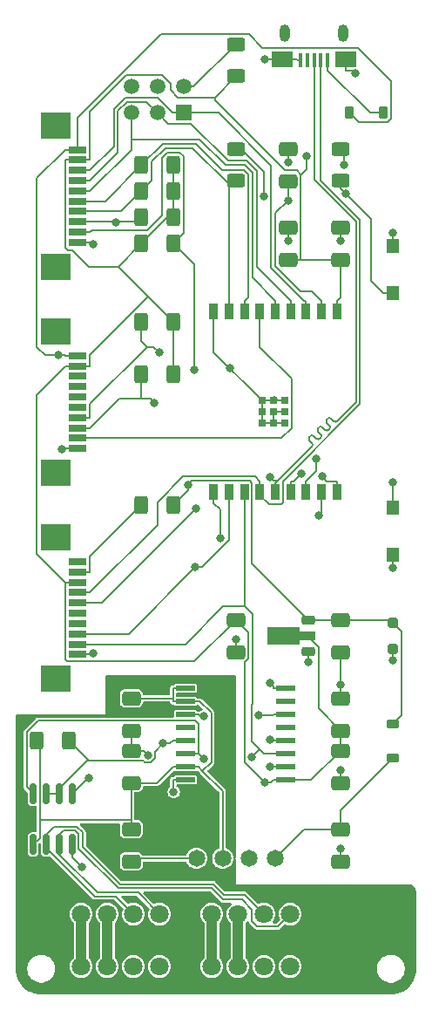
<source format=gbr>
%TF.GenerationSoftware,KiCad,Pcbnew,8.0.3-8.0.3-0~ubuntu22.04.1*%
%TF.CreationDate,2024-10-28T10:49:34+03:00*%
%TF.ProjectId,PM-ESPC3,504d2d45-5350-4433-932e-6b696361645f,rev?*%
%TF.SameCoordinates,Original*%
%TF.FileFunction,Copper,L1,Top*%
%TF.FilePolarity,Positive*%
%FSLAX46Y46*%
G04 Gerber Fmt 4.6, Leading zero omitted, Abs format (unit mm)*
G04 Created by KiCad (PCBNEW 8.0.3-8.0.3-0~ubuntu22.04.1) date 2024-10-28 10:49:34*
%MOMM*%
%LPD*%
G01*
G04 APERTURE LIST*
G04 Aperture macros list*
%AMRoundRect*
0 Rectangle with rounded corners*
0 $1 Rounding radius*
0 $2 $3 $4 $5 $6 $7 $8 $9 X,Y pos of 4 corners*
0 Add a 4 corners polygon primitive as box body*
4,1,4,$2,$3,$4,$5,$6,$7,$8,$9,$2,$3,0*
0 Add four circle primitives for the rounded corners*
1,1,$1+$1,$2,$3*
1,1,$1+$1,$4,$5*
1,1,$1+$1,$6,$7*
1,1,$1+$1,$8,$9*
0 Add four rect primitives between the rounded corners*
20,1,$1+$1,$2,$3,$4,$5,0*
20,1,$1+$1,$4,$5,$6,$7,0*
20,1,$1+$1,$6,$7,$8,$9,0*
20,1,$1+$1,$8,$9,$2,$3,0*%
%AMFreePoly0*
4,1,9,3.862500,-0.866500,0.737500,-0.866500,0.737500,-0.450000,-0.737500,-0.450000,-0.737500,0.450000,0.737500,0.450000,0.737500,0.866500,3.862500,0.866500,3.862500,-0.866500,3.862500,-0.866500,$1*%
G04 Aperture macros list end*
%TA.AperFunction,SMDPad,CuDef*%
%ADD10RoundRect,0.250000X-0.400000X-0.625000X0.400000X-0.625000X0.400000X0.625000X-0.400000X0.625000X0*%
%TD*%
%TA.AperFunction,SMDPad,CuDef*%
%ADD11R,1.244600X1.346200*%
%TD*%
%TA.AperFunction,SMDPad,CuDef*%
%ADD12R,0.889000X1.498600*%
%TD*%
%TA.AperFunction,SMDPad,CuDef*%
%ADD13R,0.711200X0.711200*%
%TD*%
%TA.AperFunction,SMDPad,CuDef*%
%ADD14RoundRect,0.250000X0.650000X-0.412500X0.650000X0.412500X-0.650000X0.412500X-0.650000X-0.412500X0*%
%TD*%
%TA.AperFunction,ComponentPad*%
%ADD15R,1.500000X1.500000*%
%TD*%
%TA.AperFunction,ComponentPad*%
%ADD16C,1.500000*%
%TD*%
%TA.AperFunction,SMDPad,CuDef*%
%ADD17RoundRect,0.225000X0.425000X0.225000X-0.425000X0.225000X-0.425000X-0.225000X0.425000X-0.225000X0*%
%TD*%
%TA.AperFunction,SMDPad,CuDef*%
%ADD18FreePoly0,180.000000*%
%TD*%
%TA.AperFunction,SMDPad,CuDef*%
%ADD19R,0.406400X1.350000*%
%TD*%
%TA.AperFunction,SMDPad,CuDef*%
%ADD20R,2.108200X1.600200*%
%TD*%
%TA.AperFunction,ComponentPad*%
%ADD21O,1.000000X1.700000*%
%TD*%
%TA.AperFunction,SMDPad,CuDef*%
%ADD22RoundRect,0.250000X0.400000X0.625000X-0.400000X0.625000X-0.400000X-0.625000X0.400000X-0.625000X0*%
%TD*%
%TA.AperFunction,SMDPad,CuDef*%
%ADD23RoundRect,0.250000X-0.650000X0.412500X-0.650000X-0.412500X0.650000X-0.412500X0.650000X0.412500X0*%
%TD*%
%TA.AperFunction,SMDPad,CuDef*%
%ADD24RoundRect,0.150000X-0.150000X0.825000X-0.150000X-0.825000X0.150000X-0.825000X0.150000X0.825000X0*%
%TD*%
%TA.AperFunction,SMDPad,CuDef*%
%ADD25R,1.803400X0.635000*%
%TD*%
%TA.AperFunction,SMDPad,CuDef*%
%ADD26R,2.997200X2.590800*%
%TD*%
%TA.AperFunction,SMDPad,CuDef*%
%ADD27RoundRect,0.250000X-0.250000X0.250000X-0.250000X-0.250000X0.250000X-0.250000X0.250000X0.250000X0*%
%TD*%
%TA.AperFunction,SMDPad,CuDef*%
%ADD28RoundRect,0.250000X0.625000X-0.400000X0.625000X0.400000X-0.625000X0.400000X-0.625000X-0.400000X0*%
%TD*%
%TA.AperFunction,SMDPad,CuDef*%
%ADD29RoundRect,0.225000X-0.225000X-0.375000X0.225000X-0.375000X0.225000X0.375000X-0.225000X0.375000X0*%
%TD*%
%TA.AperFunction,ComponentPad*%
%ADD30C,1.800000*%
%TD*%
%TA.AperFunction,SMDPad,CuDef*%
%ADD31RoundRect,0.225000X-0.375000X0.225000X-0.375000X-0.225000X0.375000X-0.225000X0.375000X0.225000X0*%
%TD*%
%TA.AperFunction,SMDPad,CuDef*%
%ADD32RoundRect,0.250000X-0.625000X0.400000X-0.625000X-0.400000X0.625000X-0.400000X0.625000X0.400000X0*%
%TD*%
%TA.AperFunction,ComponentPad*%
%ADD33C,1.650000*%
%TD*%
%TA.AperFunction,SMDPad,CuDef*%
%ADD34R,1.854200X0.482600*%
%TD*%
%TA.AperFunction,ViaPad*%
%ADD35C,0.800000*%
%TD*%
%TA.AperFunction,Conductor*%
%ADD36C,0.200000*%
%TD*%
%TA.AperFunction,Conductor*%
%ADD37C,1.000000*%
%TD*%
G04 APERTURE END LIST*
D10*
%TO.P,R9,1*%
%TO.N,+3.3V*%
X-14250000Y25400000D03*
%TO.P,R9,2*%
%TO.N,/CS3*%
X-11150000Y25400000D03*
%TD*%
D11*
%TO.P,SW2,1,1*%
%TO.N,GND*%
X10160000Y25146000D03*
%TO.P,SW2,2,2*%
%TO.N,/EN*%
X10160000Y20574000D03*
%TD*%
D12*
%TO.P,U1,1,3V3*%
%TO.N,+3.3V*%
X4759998Y18770000D03*
%TO.P,U1,2,EN*%
%TO.N,/EN*%
X3259999Y18770000D03*
%TO.P,U1,3,IO4*%
%TO.N,/MOSI*%
X1759999Y18770000D03*
%TO.P,U1,4,IO5*%
%TO.N,/MISO*%
X260000Y18770000D03*
%TO.P,U1,5,IO6*%
%TO.N,/SCK*%
X-1240000Y18770000D03*
%TO.P,U1,6,IO7*%
%TO.N,/INT*%
X-2740000Y18770000D03*
%TO.P,U1,7,IO8*%
%TO.N,/CS0*%
X-4240002Y18770000D03*
%TO.P,U1,8,IO9*%
%TO.N,/CS1*%
X-5740001Y18770000D03*
%TO.P,U1,9,GND*%
%TO.N,GND*%
X-7240001Y18770000D03*
%TO.P,U1,10,IO10*%
%TO.N,/UART_DIR*%
X-7239998Y1270000D03*
%TO.P,U1,11,RXD_(IO20)*%
%TO.N,/UART_RX*%
X-5739999Y1270000D03*
%TO.P,U1,12,TXD_(IO21)*%
%TO.N,/UART_TX*%
X-4239999Y1270000D03*
%TO.P,U1,13,IO18_(USB_D-)*%
%TO.N,/USB_D-*%
X-2740000Y1270000D03*
%TO.P,U1,14,IO19_(USB_D+)*%
%TO.N,/USB_D+*%
X-1240000Y1270000D03*
%TO.P,U1,15,IO3*%
%TO.N,/CS3*%
X260000Y1270000D03*
%TO.P,U1,16,IO2*%
%TO.N,/CS2*%
X1760002Y1270000D03*
%TO.P,U1,17,IO1*%
%TO.N,/SCL*%
X3260001Y1270000D03*
%TO.P,U1,18,IO0*%
%TO.N,/SDA*%
X4760001Y1270000D03*
D13*
%TO.P,U1,EPAD,EPAD*%
%TO.N,GND*%
X-340000Y10160000D03*
X-1440000Y10160000D03*
X-2540000Y10160000D03*
X-340000Y9060000D03*
X-1440000Y9060000D03*
X-2540000Y9060000D03*
X-340000Y7960000D03*
X-1440000Y7960000D03*
X-2540000Y7960000D03*
%TD*%
D14*
%TO.P,C9,1*%
%TO.N,+3.3V*%
X5080000Y-21882500D03*
%TO.P,C9,2*%
%TO.N,GND*%
X5080000Y-18757500D03*
%TD*%
D15*
%TO.P,SW4,1*%
%TO.N,/MOSI*%
X-10160000Y38100000D03*
D16*
%TO.P,SW4,2*%
%TO.N,/MISO*%
X-12700000Y38100000D03*
%TO.P,SW4,3*%
%TO.N,/SCK*%
X-15240000Y38100000D03*
%TO.P,SW4,4*%
%TO.N,Net-(R6-Pad2)*%
X-10160000Y40640000D03*
%TO.P,SW4,5*%
X-12700000Y40640000D03*
%TO.P,SW4,6*%
X-15240000Y40640000D03*
%TD*%
D17*
%TO.P,U2,1,GND*%
%TO.N,GND*%
X1950000Y-14200000D03*
D18*
%TO.P,U2,2,OUTPUT*%
%TO.N,+3.3V*%
X1862500Y-12700000D03*
D17*
%TO.P,U2,3,INPUT*%
%TO.N,+5V*%
X1950000Y-11200000D03*
%TD*%
D19*
%TO.P,J1,1,VBUS*%
%TO.N,Net-(D1-A)*%
X3840000Y43179992D03*
%TO.P,J1,2,D-*%
%TO.N,/USB_D-*%
X3190014Y43179992D03*
%TO.P,J1,3,D+*%
%TO.N,/USB_D+*%
X2540028Y43179992D03*
%TO.P,J1,4,ID*%
%TO.N,unconnected-(J1-ID-Pad4)*%
X1890042Y43179992D03*
D20*
%TO.P,J1,5,GND*%
%TO.N,GND*%
X5640027Y43305100D03*
D21*
X5365029Y45855108D03*
D19*
X1240056Y43179992D03*
D21*
X-284973Y45855108D03*
D20*
X-559971Y43305100D03*
%TD*%
D22*
%TO.P,R11,1*%
%TO.N,+3.3V*%
X-11150000Y17780000D03*
%TO.P,R11,2*%
%TO.N,/SDA*%
X-14250000Y17780000D03*
%TD*%
D23*
%TO.P,C4,1*%
%TO.N,+5V*%
X5080000Y-11137500D03*
%TO.P,C4,2*%
%TO.N,GND*%
X5080000Y-14262500D03*
%TD*%
D24*
%TO.P,U3,1,RO*%
%TO.N,/UART_RX_ISO*%
X-20955000Y-28005000D03*
%TO.P,U3,2,~{RE}*%
%TO.N,/UART_DIR_ISO*%
X-22225000Y-28005000D03*
%TO.P,U3,3,DE*%
X-23495000Y-28005000D03*
%TO.P,U3,4,DI*%
%TO.N,/UART_TX_ISO*%
X-24765000Y-28005000D03*
%TO.P,U3,5,GND*%
%TO.N,GND_ISO*%
X-24765000Y-32955000D03*
%TO.P,U3,6,A*%
%TO.N,/A*%
X-23495000Y-32955000D03*
%TO.P,U3,7,B*%
%TO.N,/B*%
X-22225000Y-32955000D03*
%TO.P,U3,8,VCC*%
%TO.N,+3.3V_ISO*%
X-20955000Y-32955000D03*
%TD*%
D23*
%TO.P,C6,1*%
%TO.N,+3.3V*%
X5080000Y-23837500D03*
%TO.P,C6,2*%
%TO.N,GND*%
X5080000Y-26962500D03*
%TD*%
D25*
%TO.P,J8,1,Pin_1*%
%TO.N,+5V*%
X-20444000Y34499991D03*
%TO.P,J8,2,Pin_2*%
%TO.N,+3.3V*%
X-20444000Y33499993D03*
%TO.P,J8,3,Pin_3*%
%TO.N,/MOSI*%
X-20444000Y32499995D03*
%TO.P,J8,4,Pin_4*%
%TO.N,/MISO*%
X-20444000Y31499997D03*
%TO.P,J8,5,Pin_5*%
%TO.N,/SCK*%
X-20444000Y30499999D03*
%TO.P,J8,6,Pin_6*%
%TO.N,/CS0*%
X-20444000Y29500001D03*
%TO.P,J8,7,Pin_7*%
%TO.N,/CS1*%
X-20444000Y28500003D03*
%TO.P,J8,8,Pin_8*%
%TO.N,/CS2*%
X-20444000Y27500005D03*
%TO.P,J8,9,Pin_9*%
%TO.N,/CS3*%
X-20444000Y26500007D03*
%TO.P,J8,10,Pin_10*%
%TO.N,GND*%
X-20444000Y25500009D03*
D26*
%TO.P,J8,11*%
%TO.N,N/C*%
X-22614001Y36850002D03*
%TO.P,J8,12*%
X-22614001Y23149998D03*
%TD*%
D22*
%TO.P,R10,1*%
%TO.N,+3.3V*%
X-11150000Y12700000D03*
%TO.P,R10,2*%
%TO.N,/SCL*%
X-14250000Y12700000D03*
%TD*%
D27*
%TO.P,D3,1,A1*%
%TO.N,+5V*%
X10160000Y-11450000D03*
%TO.P,D3,2,A2*%
%TO.N,GND*%
X10160000Y-13950000D03*
%TD*%
D22*
%TO.P,R5,1*%
%TO.N,/UART_DIR_ISO*%
X-21310000Y-22860000D03*
%TO.P,R5,2*%
%TO.N,GND_ISO*%
X-24410000Y-22860000D03*
%TD*%
D28*
%TO.P,R4,1*%
%TO.N,/CS1*%
X-5080000Y31470000D03*
%TO.P,R4,2*%
%TO.N,Net-(R4-Pad2)*%
X-5080000Y34570000D03*
%TD*%
D14*
%TO.P,C3,1*%
%TO.N,+3.3V*%
X0Y23837500D03*
%TO.P,C3,2*%
%TO.N,GND*%
X0Y26962500D03*
%TD*%
%TO.P,C1,1*%
%TO.N,/EN*%
X0Y31457500D03*
%TO.P,C1,2*%
%TO.N,GND*%
X0Y34582500D03*
%TD*%
D23*
%TO.P,C8,1*%
%TO.N,+3.3V_ISO*%
X-15240000Y-23837500D03*
%TO.P,C8,2*%
%TO.N,GND_ISO*%
X-15240000Y-26962500D03*
%TD*%
D22*
%TO.P,R7,1*%
%TO.N,+5V*%
X-11150000Y0D03*
%TO.P,R7,2*%
%TO.N,Net-(J5-Pin_2)*%
X-14250000Y0D03*
%TD*%
D28*
%TO.P,R6,1*%
%TO.N,+3.3V*%
X-5080000Y41630000D03*
%TO.P,R6,2*%
%TO.N,Net-(R6-Pad2)*%
X-5080000Y44730000D03*
%TD*%
D23*
%TO.P,C11,1*%
%TO.N,Net-(D2-A)*%
X5080000Y-31457500D03*
%TO.P,C11,2*%
%TO.N,GND*%
X5080000Y-34582500D03*
%TD*%
D29*
%TO.P,D1,1,K*%
%TO.N,+5V*%
X5970000Y38100000D03*
%TO.P,D1,2,A*%
%TO.N,Net-(D1-A)*%
X9270000Y38100000D03*
%TD*%
D30*
%TO.P,XG1,1,Pin_1*%
%TO.N,+5V_ISO*%
X-20100000Y-39700000D03*
X-20100000Y-44780000D03*
%TO.P,XG1,2,Pin_2*%
%TO.N,GND_ISO*%
X-17560000Y-39700000D03*
X-17560000Y-44780000D03*
%TO.P,XG1,3,Pin_3*%
%TO.N,/A*%
X-15020000Y-39700000D03*
%TO.P,XG1,4,Pin_4*%
%TO.N,/B*%
X-12480000Y-39700000D03*
%TO.P,XG1,5,Pin_5*%
%TO.N,PE*%
X-9940000Y-39700000D03*
X-9940000Y-44780000D03*
%TO.P,XG1,6,Pin_6*%
%TO.N,+5V_ISO*%
X-7400000Y-39700000D03*
X-7400000Y-44780000D03*
%TO.P,XG1,7,Pin_7*%
%TO.N,GND_ISO*%
X-4860000Y-39700000D03*
X-4860000Y-44780000D03*
%TO.P,XG1,8,Pin_8*%
%TO.N,/A*%
X-2320000Y-39700000D03*
%TO.P,XG1,9,Pin_9*%
%TO.N,/B*%
X220000Y-39700000D03*
%TO.P,XG1,10,Pin_10*%
%TO.N,PE*%
X2760000Y-39700000D03*
X2760000Y-44780000D03*
%TO.P,XG1,13*%
%TO.N,N/C*%
X-15020000Y-44780000D03*
%TO.P,XG1,14*%
X-12480000Y-44780000D03*
%TO.P,XG1,18*%
X-2320000Y-44780000D03*
%TO.P,XG1,19*%
X220000Y-44780000D03*
%TD*%
D25*
%TO.P,J5,1,Pin_1*%
%TO.N,unconnected-(J5-Pin_1-Pad1)*%
X-20444000Y-5500009D03*
%TO.P,J5,2,Pin_2*%
%TO.N,Net-(J5-Pin_2)*%
X-20444000Y-6500007D03*
%TO.P,J5,3,Pin_3*%
%TO.N,+3.3V*%
X-20444000Y-7500005D03*
%TO.P,J5,4,Pin_4*%
%TO.N,/USB_D-*%
X-20444000Y-8500003D03*
%TO.P,J5,5,Pin_5*%
%TO.N,/USB_D+*%
X-20444000Y-9500001D03*
%TO.P,J5,6,Pin_6*%
%TO.N,unconnected-(J5-Pin_6-Pad6)*%
X-20444000Y-10499999D03*
%TO.P,J5,7,Pin_7*%
%TO.N,unconnected-(J5-Pin_7-Pad7)*%
X-20444000Y-11499997D03*
%TO.P,J5,8,Pin_8*%
%TO.N,/UART_RX*%
X-20444000Y-12499995D03*
%TO.P,J5,9,Pin_9*%
%TO.N,/UART_TX*%
X-20444000Y-13499993D03*
%TO.P,J5,10,Pin_10*%
%TO.N,GND*%
X-20444000Y-14499991D03*
D26*
%TO.P,J5,11*%
%TO.N,N/C*%
X-22614001Y-3149998D03*
%TO.P,J5,12*%
X-22614001Y-16850002D03*
%TD*%
D22*
%TO.P,R2,1*%
%TO.N,+3.3V*%
X-11150000Y33020000D03*
%TO.P,R2,2*%
%TO.N,/CS0*%
X-14250000Y33020000D03*
%TD*%
%TO.P,R3,1*%
%TO.N,+3.3V*%
X-11150000Y30480000D03*
%TO.P,R3,2*%
%TO.N,/CS1*%
X-14250000Y30480000D03*
%TD*%
D31*
%TO.P,D2,1,K*%
%TO.N,+5V*%
X10160000Y-21210000D03*
%TO.P,D2,2,A*%
%TO.N,Net-(D2-A)*%
X10160000Y-24510000D03*
%TD*%
D11*
%TO.P,SW1,1,1*%
%TO.N,GND*%
X10160000Y-4826000D03*
%TO.P,SW1,2,2*%
%TO.N,Net-(R4-Pad2)*%
X10160000Y-254000D03*
%TD*%
D25*
%TO.P,J2,1,Pin_1*%
%TO.N,+5V*%
X-20444000Y14499991D03*
%TO.P,J2,2,Pin_2*%
%TO.N,+3.3V*%
X-20444000Y13499993D03*
%TO.P,J2,3,Pin_3*%
%TO.N,unconnected-(J2-Pin_3-Pad3)*%
X-20444000Y12499995D03*
%TO.P,J2,4,Pin_4*%
%TO.N,unconnected-(J2-Pin_4-Pad4)*%
X-20444000Y11499997D03*
%TO.P,J2,5,Pin_5*%
%TO.N,unconnected-(J2-Pin_5-Pad5)*%
X-20444000Y10499999D03*
%TO.P,J2,6,Pin_6*%
%TO.N,unconnected-(J2-Pin_6-Pad6)*%
X-20444000Y9500001D03*
%TO.P,J2,7,Pin_7*%
%TO.N,/SDA*%
X-20444000Y8500003D03*
%TO.P,J2,8,Pin_8*%
%TO.N,/SCL*%
X-20444000Y7500005D03*
%TO.P,J2,9,Pin_9*%
%TO.N,/INT*%
X-20444000Y6500007D03*
%TO.P,J2,10,Pin_10*%
%TO.N,GND*%
X-20444000Y5500009D03*
D26*
%TO.P,J2,11*%
%TO.N,N/C*%
X-22614001Y16850002D03*
%TO.P,J2,12*%
X-22614001Y3149998D03*
%TD*%
D32*
%TO.P,R1,1*%
%TO.N,+3.3V*%
X5080000Y34570000D03*
%TO.P,R1,2*%
%TO.N,/EN*%
X5080000Y31470000D03*
%TD*%
D14*
%TO.P,C10,1*%
%TO.N,+3.3V_ISO*%
X-15240000Y-21882500D03*
%TO.P,C10,2*%
%TO.N,GND_ISO*%
X-15240000Y-18757500D03*
%TD*%
D33*
%TO.P,PS1,1,GND*%
%TO.N,+5V_ISO*%
X-8890000Y-34290000D03*
%TO.P,PS1,2,VIN*%
%TO.N,GND_ISO*%
X-6350000Y-34290000D03*
%TO.P,PS1,3,0V*%
%TO.N,GND*%
X-3810000Y-34290000D03*
%TO.P,PS1,4,+VO*%
%TO.N,Net-(D2-A)*%
X-1270000Y-34290000D03*
%TD*%
D23*
%TO.P,C2,1*%
%TO.N,GND*%
X5080000Y26962500D03*
%TO.P,C2,2*%
%TO.N,+3.3V*%
X5080000Y23837500D03*
%TD*%
%TO.P,C5,1*%
%TO.N,+3.3V*%
X-5080000Y-11137500D03*
%TO.P,C5,2*%
%TO.N,GND*%
X-5080000Y-14262500D03*
%TD*%
D34*
%TO.P,U4,1,VDD*%
%TO.N,+3.3V*%
X-203200Y-26670000D03*
%TO.P,U4,2,GNDA*%
%TO.N,GND*%
X-203200Y-25400000D03*
%TO.P,U4,3,VI1*%
%TO.N,/UART_TX*%
X-203200Y-24130000D03*
%TO.P,U4,4,VI2*%
%TO.N,/UART_DIR*%
X-203200Y-22860000D03*
%TO.P,U4,5,VI3*%
%TO.N,unconnected-(U4-VI3-Pad5)*%
X-203200Y-21590000D03*
%TO.P,U4,6,VO4*%
%TO.N,/UART_RX*%
X-203200Y-20320000D03*
%TO.P,U4,7,NC*%
%TO.N,unconnected-(U4-NC-Pad7)*%
X-203200Y-19050000D03*
%TO.P,U4,8,GNDA*%
%TO.N,GND*%
X-203200Y-17780000D03*
%TO.P,U4,9,GNDB*%
%TO.N,GND_ISO*%
X-9956800Y-17780000D03*
%TO.P,U4,10,SEL*%
X-9956800Y-19050000D03*
%TO.P,U4,11,VI4*%
%TO.N,/UART_RX_ISO*%
X-9956800Y-20320000D03*
%TO.P,U4,12,VO3*%
%TO.N,unconnected-(U4-VO3-Pad12)*%
X-9956800Y-21590000D03*
%TO.P,U4,13,VO2*%
%TO.N,/UART_DIR_ISO*%
X-9956800Y-22860000D03*
%TO.P,U4,14,VO1*%
%TO.N,/UART_TX_ISO*%
X-9956800Y-24130000D03*
%TO.P,U4,15,GNDB*%
%TO.N,GND_ISO*%
X-9956800Y-25400000D03*
%TO.P,U4,16,VISO*%
%TO.N,+3.3V_ISO*%
X-9956800Y-26670000D03*
%TD*%
D22*
%TO.P,R8,1*%
%TO.N,+3.3V*%
X-11150000Y27940000D03*
%TO.P,R8,2*%
%TO.N,/CS2*%
X-14250000Y27940000D03*
%TD*%
D14*
%TO.P,C7,1*%
%TO.N,+5V_ISO*%
X-15240000Y-34582500D03*
%TO.P,C7,2*%
%TO.N,GND_ISO*%
X-15240000Y-31457500D03*
%TD*%
D35*
%TO.N,/EN*%
X5608200Y30204200D03*
X0Y29577700D03*
%TO.N,GND*%
X10192000Y26426600D03*
X0Y25694900D03*
X-1762200Y-25390000D03*
X6563100Y41883100D03*
X-5690000Y13310000D03*
X-5080000Y-12997000D03*
X10160000Y-6112000D03*
X1950000Y-15255000D03*
X5080000Y25693100D03*
X5080000Y-17470000D03*
X-21956500Y5452000D03*
X-2222300Y43252500D03*
X5080000Y-33315000D03*
X-1737400Y-17249000D03*
X-18917800Y-14379000D03*
X-18936100Y25302500D03*
X0Y33302900D03*
X5080000Y-25695000D03*
X10160000Y-15072000D03*
%TO.N,Net-(R4-Pad2)*%
X10172300Y2209600D03*
X-2353500Y30000000D03*
%TO.N,/SCL*%
X-13000000Y9912000D03*
X3000000Y-983000D03*
%TO.N,/SDA*%
X3302800Y2794600D03*
X-12498100Y14788000D03*
%TO.N,/USB_D+*%
X-8919500Y-364000D03*
X-1756000Y2749200D03*
%TO.N,+5V*%
X-9732400Y1969000D03*
X-22303000Y14577300D03*
%TO.N,+3.3V*%
X1830000Y33890000D03*
X-2297900Y-26891000D03*
X5478000Y33020000D03*
%TO.N,/UART_DIR*%
X-6565000Y-3187000D03*
X-1791600Y-22753000D03*
%TO.N,/UART_RX*%
X-9000000Y-6000000D03*
X-2853000Y-20375000D03*
%TO.N,/UART_TX*%
X-3502400Y-24460000D03*
%TO.N,/CS2*%
X-16767300Y27406600D03*
X2723400Y4467500D03*
%TO.N,/CS3*%
X1299400Y3081200D03*
X-9093500Y13170000D03*
%TO.N,+3.3V_ISO*%
X-13614300Y-24268000D03*
X-11112300Y-27868000D03*
X-20016900Y-35118000D03*
%TO.N,/UART_DIR_ISO*%
X-12134200Y-23136000D03*
%TO.N,/UART_RX_ISO*%
X-19368900Y-26507000D03*
X-8190000Y-20508000D03*
%TO.N,/UART_TX_ISO*%
X-8169000Y-24671000D03*
%TD*%
D36*
%TO.N,/EN*%
X-1244000Y23182400D02*
X-1244000Y28333700D01*
X3260000Y18770000D02*
X3260000Y19821000D01*
X0Y29577700D02*
X0Y31457500D01*
X5080000Y30732400D02*
X5608200Y30204200D01*
X-1244000Y28333700D02*
X0Y29577700D01*
X9236000Y20574000D02*
X10160000Y20574000D01*
X5080000Y31470000D02*
X5080000Y30732400D01*
X2333000Y20748000D02*
X1190400Y20748000D01*
X8050000Y21760000D02*
X9236000Y20574000D01*
X8050000Y27762400D02*
X8050000Y21760000D01*
X1190400Y20748000D02*
X-1244000Y23182400D01*
X5608200Y30204200D02*
X8050000Y27762400D01*
X3260000Y19821000D02*
X2333000Y20748000D01*
%TO.N,GND*%
X-340000Y10160000D02*
X-997300Y10160000D01*
X-997300Y10160000D02*
X-1326000Y10488700D01*
X-2540000Y10160000D02*
X-2540000Y9060000D01*
X-18936100Y25302500D02*
X-19043100Y25302500D01*
X-1915800Y43305100D02*
X-560000Y43305100D01*
X-21956500Y5452000D02*
X-21695400Y5452000D01*
X6242900Y42203300D02*
X6563100Y41883100D01*
X10192000Y26152800D02*
X10160000Y26120800D01*
X5640000Y42203300D02*
X6242900Y42203300D01*
X10160000Y26120800D02*
X10160000Y25146000D01*
X795800Y43305100D02*
X-560000Y43305100D01*
X-1762200Y-25390000D02*
X-1441900Y-25390000D01*
X10192000Y26426600D02*
X10192000Y26152800D01*
X5080000Y-26962000D02*
X5080000Y-25695000D01*
X-1432000Y-17555000D02*
X-1737400Y-17249000D01*
X-7240001Y18770000D02*
X-7240001Y14860001D01*
X10160000Y-13950000D02*
X10160000Y-15072000D01*
X10160000Y-4826000D02*
X10160000Y-6112000D01*
X-1432000Y-25400000D02*
X-203200Y-25400000D01*
X-1968400Y43252500D02*
X-1915800Y43305100D01*
X5080000Y-18757500D02*
X5080000Y-17470000D01*
X-2222300Y43252500D02*
X-1968400Y43252500D01*
X-1440000Y9060000D02*
X-340000Y9060000D01*
X5080000Y-17470000D02*
X5080000Y-14262500D01*
X5080000Y-14262500D02*
X5080000Y-14262000D01*
X-19240600Y25500000D02*
X-20444000Y25500000D01*
X1950000Y-14200000D02*
X1950000Y-15255000D01*
X-1440000Y9060000D02*
X-1440000Y7960000D01*
X-19043100Y25302500D02*
X-19240600Y25500000D01*
X1240100Y43180000D02*
X920900Y43180000D01*
X5080000Y-18758000D02*
X5080000Y-18757500D01*
X-7240001Y14860001D02*
X-2540000Y10160000D01*
X-21695400Y5452000D02*
X-21647400Y5500000D01*
X-2540000Y10160000D02*
X-1440000Y10160000D01*
X0Y26962500D02*
X0Y25694900D01*
X-2540000Y9060000D02*
X-2540000Y7960000D01*
X0Y34582500D02*
X0Y33302900D01*
X-5080000Y-14262000D02*
X-5080000Y-14262500D01*
X-203200Y-17780000D02*
X-1432000Y-17780000D01*
X-340000Y7960000D02*
X-1440000Y7960000D01*
X-20444000Y-14500000D02*
X-19240600Y-14500000D01*
X5640000Y43305100D02*
X5640000Y42203300D01*
X-1440000Y10488700D02*
X-1440000Y10160000D01*
X-5080000Y-14262000D02*
X-5080000Y-12997000D01*
X-21647400Y5500000D02*
X-20444000Y5500000D01*
X-1440000Y7960000D02*
X-2540000Y7960000D01*
X5080000Y26962500D02*
X5080000Y25693100D01*
X5080000Y-34582000D02*
X5080000Y-33315000D01*
X920900Y43180000D02*
X795800Y43305100D01*
X-1326000Y10488700D02*
X-1440000Y10488700D01*
X-19240600Y-14500000D02*
X-19119400Y-14379000D01*
X-1441900Y-25390000D02*
X-1432000Y-25400000D01*
X5080000Y-26962000D02*
X5080000Y-26962500D01*
X-19119400Y-14379000D02*
X-18917800Y-14379000D01*
X5080000Y-34582000D02*
X5080000Y-34582500D01*
X-1432000Y-17780000D02*
X-1432000Y-17555000D01*
%TO.N,Net-(R4-Pad2)*%
X-2353500Y32379300D02*
X-4544200Y34570000D01*
X10160000Y-254000D02*
X10160000Y720800D01*
X10160000Y720800D02*
X10172300Y733100D01*
X-2353500Y30000000D02*
X-2353500Y32379300D01*
X-4544200Y34570000D02*
X-5080000Y34570000D01*
X10172300Y733100D02*
X10172300Y2209600D01*
%TO.N,/SCL*%
X-13392700Y10304700D02*
X-13000000Y9912000D01*
X-16435900Y10304700D02*
X-14250000Y10304700D01*
X-20444000Y7500000D02*
X-19240600Y7500000D01*
X-14250000Y10304700D02*
X-13392700Y10304700D01*
X-19240600Y7500000D02*
X-16435900Y10304700D01*
X3260000Y-723000D02*
X3000000Y-983000D01*
X-14250000Y10304700D02*
X-14250000Y12700000D01*
X3260000Y1270000D02*
X3260000Y-723000D01*
%TO.N,/SDA*%
X-14250000Y15915300D02*
X-14250000Y17780000D01*
X-13084600Y15374500D02*
X-13709200Y15374500D01*
X-19240600Y8500000D02*
X-20444000Y8500000D01*
X-19240600Y9843100D02*
X-19240600Y8500000D01*
X4760000Y1270000D02*
X4760000Y2321000D01*
X-12498100Y14788000D02*
X-13084600Y15374500D01*
X3776400Y2321000D02*
X3302800Y2794600D01*
X-13709200Y15374500D02*
X-19240600Y9843100D01*
X4760000Y2321000D02*
X3776400Y2321000D01*
X-13709200Y15374500D02*
X-14250000Y15915300D01*
%TO.N,/USB_D+*%
X-8919500Y-364000D02*
X-18055100Y-9500000D01*
X2328958Y5694647D02*
X2244106Y5609793D01*
X3092635Y6458322D02*
X3092635Y6458321D01*
X4026016Y7391705D02*
X3941164Y7306851D01*
X-1240000Y2125686D02*
X-1240000Y1270000D01*
X3020513Y7548678D02*
X2935660Y7463826D01*
X-119537Y3246149D02*
X-1240000Y2125686D01*
X3869007Y8397242D02*
X3784154Y8312390D01*
X87429Y3453115D02*
X-119537Y3246149D01*
X2935660Y7124414D02*
X3177487Y6882587D01*
X2087131Y6275885D02*
X2328958Y6034058D01*
X-1754400Y2749200D02*
X-1756000Y2749200D01*
X6600000Y9965686D02*
X4789693Y8155379D01*
X3601752Y7306850D02*
X3359924Y7548678D01*
X4450281Y8155379D02*
X4208418Y8397242D01*
X3784154Y7972978D02*
X4026016Y7731116D01*
X2540000Y43180000D02*
X2540000Y31594314D01*
X2753223Y6458321D02*
X2511395Y6700149D01*
X3941164Y7306851D02*
X3941164Y7306850D01*
X2540000Y31594314D02*
X6600000Y27534314D01*
X-962300Y2403400D02*
X-1408600Y2403400D01*
X2171984Y6700149D02*
X2087131Y6615297D01*
X-1408600Y2403400D02*
X-1754400Y2749200D01*
X6600000Y27534314D02*
X6600000Y9965686D01*
X2244106Y5609793D02*
X87429Y3453115D01*
X3177487Y6543176D02*
X3092635Y6458322D01*
X-18055100Y-9500000D02*
X-20444000Y-9500000D01*
X2087131Y6615297D02*
G75*
G03*
X2087140Y6275894I169669J-169697D01*
G01*
X4789693Y8155379D02*
G75*
G02*
X4450281Y8155379I-169706J169704D01*
G01*
X2511395Y6700149D02*
G75*
G03*
X2171985Y6700149I-169705J-169703D01*
G01*
X2328958Y6034058D02*
G75*
G02*
X2328911Y5694695I-169658J-169658D01*
G01*
X4026016Y7731116D02*
G75*
G02*
X4026027Y7391695I-169716J-169716D01*
G01*
X4208418Y8397242D02*
G75*
G03*
X3869008Y8397242I-169705J-169703D01*
G01*
X3359924Y7548678D02*
G75*
G03*
X3020514Y7548678I-169705J-169703D01*
G01*
X3092635Y6458321D02*
G75*
G02*
X2753223Y6458321I-169706J169704D01*
G01*
X3784154Y8312390D02*
G75*
G03*
X3784170Y7972994I169746J-169690D01*
G01*
X3941164Y7306850D02*
G75*
G02*
X3601752Y7306850I-169706J169704D01*
G01*
X3177487Y6882587D02*
G75*
G02*
X3177469Y6543195I-169687J-169687D01*
G01*
X2935660Y7463826D02*
G75*
G03*
X2935640Y7124394I169740J-169726D01*
G01*
%TO.N,/USB_D-*%
X-484500Y236200D02*
X-620700Y100000D01*
X-19240600Y-8500000D02*
X-12700000Y-1959000D01*
X-1874800Y100000D02*
X-2740000Y965200D01*
X-484500Y2315500D02*
X-484500Y236200D01*
X-3189600Y2770600D02*
X-2740000Y2321000D01*
X-12700000Y256600D02*
X-10186000Y2770600D01*
X-20444000Y-8500000D02*
X-19240600Y-8500000D01*
X-2740000Y965200D02*
X-2740000Y1270000D01*
X-620700Y100000D02*
X-1874800Y100000D01*
X-2740000Y2321000D02*
X-2740000Y1270000D01*
X3189986Y43180000D02*
X3189986Y31510014D01*
X7000000Y27700000D02*
X7000000Y9800000D01*
X-12700000Y-1959000D02*
X-12700000Y256600D01*
X7000000Y9800000D02*
X-484500Y2315500D01*
X-10186000Y2770600D02*
X-3189600Y2770600D01*
X3189986Y31510014D02*
X7000000Y27700000D01*
%TO.N,+5V*%
X6915600Y37154400D02*
X9695900Y37154400D01*
X6837000Y44413600D02*
X-2473700Y44413600D01*
X-20444000Y14500000D02*
X-21647400Y14500000D01*
X11010800Y-12301000D02*
X10160000Y-11450000D01*
X-3704400Y2354900D02*
X-3493800Y2144300D01*
X-9732400Y1417600D02*
X-9732400Y1969000D01*
X-11150000Y0D02*
X-9732400Y1417600D01*
X-2473700Y44413600D02*
X-3798100Y45738000D01*
X-3493800Y2144300D02*
X-3493800Y-5631000D01*
X-20444000Y37592500D02*
X-20444000Y34500000D01*
X-3493800Y-5631000D02*
X2012500Y-11138000D01*
X5080500Y-11138000D02*
X9847500Y-11138000D01*
X-21724700Y14577300D02*
X-22303000Y14577300D01*
X-23621600Y14577300D02*
X-22303000Y14577300D01*
X9847500Y-11138000D02*
X10160000Y-11450000D01*
X10051700Y37510200D02*
X10051700Y41198900D01*
X-21647400Y14500000D02*
X-21724700Y14577300D01*
X-9346500Y2354900D02*
X-3704400Y2354900D01*
X-9732400Y1969000D02*
X-9346500Y2354900D01*
X9695900Y37154400D02*
X10051700Y37510200D01*
X-20444000Y34500000D02*
X-21647400Y34500000D01*
X5080500Y-11138000D02*
X5080000Y-11137500D01*
X2012500Y-11138000D02*
X5080500Y-11138000D01*
X-3798100Y45738000D02*
X-12298500Y45738000D01*
X-12298500Y45738000D02*
X-20444000Y37592500D01*
X5970000Y38100000D02*
X6915600Y37154400D01*
X-21647400Y34500000D02*
X-24414300Y31733100D01*
X11010800Y-20359000D02*
X11010800Y-12301000D01*
X-24414300Y31733100D02*
X-24414300Y15370000D01*
X10160000Y-21210000D02*
X11010800Y-20359000D01*
X-24414300Y15370000D02*
X-23621600Y14577300D01*
X10051700Y41198900D02*
X6837000Y44413600D01*
X2012500Y-11138000D02*
X1950000Y-11200000D01*
%TO.N,+3.3V*%
X-11150000Y27940000D02*
X-11150000Y30480000D01*
X-16510000Y23140000D02*
X-14250000Y25400000D01*
X-1652600Y-26891000D02*
X-1432000Y-26670000D01*
X-24435700Y10711700D02*
X-21647400Y13500000D01*
X5080000Y-21882000D02*
X5080000Y-21882500D01*
X-5080000Y-11138000D02*
X-5080000Y-11137500D01*
X2949300Y-19752000D02*
X5080000Y-21882000D01*
X1829900Y32631200D02*
X1829900Y33890000D01*
X2247500Y-26670000D02*
X-203200Y-26670000D01*
X-14250000Y25400000D02*
X-11710000Y27940000D01*
X-7126400Y39583600D02*
X-7126400Y39334800D01*
X-21647400Y-7500000D02*
X-21647400Y-14996000D01*
X833500Y32510400D02*
X1219500Y32124400D01*
X-21647400Y24991700D02*
X-21647400Y33500000D01*
X4760000Y19821000D02*
X5080000Y20141000D01*
X2949300Y-13787000D02*
X2949300Y-19752000D01*
X-11710000Y27940000D02*
X-11150000Y27940000D01*
X-19240600Y33500000D02*
X-19240600Y38170900D01*
X-4204100Y-15231000D02*
X-4204100Y-24984000D01*
X-5080000Y-11138000D02*
X-3877300Y-12340000D01*
X-19240600Y14609600D02*
X-13610100Y20240100D01*
X-20444000Y33500000D02*
X-19240600Y33500000D01*
X1219500Y32020800D02*
X1829900Y32631200D01*
X1862500Y-12700000D02*
X2949300Y-13787000D01*
X-19240600Y38170900D02*
X-15702200Y41709300D01*
X-1432000Y-26670000D02*
X-203200Y-26670000D01*
X1219500Y32124400D02*
X1219500Y32020800D01*
X-16510000Y23140000D02*
X-13610100Y20240100D01*
X-12255900Y41709300D02*
X-11430000Y40883400D01*
X-11150000Y33020000D02*
X-11150000Y30480000D01*
X-21647400Y33500000D02*
X-20444000Y33500000D01*
X-21402800Y24747100D02*
X-21647400Y24991700D01*
X-21647400Y13500000D02*
X-20444000Y13500000D01*
X-20444000Y13500000D02*
X-19240600Y13500000D01*
X-21647400Y-7500000D02*
X-24435700Y-4712000D01*
X1829900Y33890000D02*
X1830000Y33890000D01*
X5478000Y34172000D02*
X5478000Y33020000D01*
X4760000Y18770000D02*
X4760000Y19821000D01*
X-19383300Y23140000D02*
X-20990400Y24747100D01*
X-15702200Y41709300D02*
X-12255900Y41709300D01*
X-20444000Y-7500000D02*
X-21647400Y-7500000D01*
X-21472500Y-15171000D02*
X-9113200Y-15171000D01*
X-11430000Y40326500D02*
X-10687100Y39583600D01*
X-11150000Y12700000D02*
X-11150000Y17780000D01*
X1219500Y32020800D02*
X1219500Y23837500D01*
X-7126400Y39583600D02*
X-5080000Y41630000D01*
X-19240600Y13500000D02*
X-19240600Y14609600D01*
X-9113200Y-15171000D02*
X-5080000Y-11138000D01*
X-302000Y32510400D02*
X833500Y32510400D01*
X0Y23837500D02*
X1219500Y23837500D01*
X5080000Y-23837500D02*
X5080000Y-23838000D01*
X-10687100Y39583600D02*
X-7126400Y39583600D01*
X5080000Y-21882500D02*
X5080000Y-23837500D01*
X-2297900Y-26891000D02*
X-1652600Y-26891000D01*
X-21647400Y-14996000D02*
X-21472500Y-15171000D01*
X-11430000Y40883400D02*
X-11430000Y40326500D01*
X-13610100Y20240100D02*
X-11150000Y17780000D01*
X5080000Y20141000D02*
X5080000Y23837500D01*
X-3877300Y-12340000D02*
X-3877300Y-14904000D01*
X-4204100Y-24984000D02*
X-2297900Y-26891000D01*
X-24435700Y-4712000D02*
X-24435700Y10711700D01*
X-7126400Y39334800D02*
X-302000Y32510400D01*
X1219500Y23837500D02*
X5080000Y23837500D01*
X5080000Y-23838000D02*
X2247500Y-26670000D01*
X-20990400Y24747100D02*
X-21402800Y24747100D01*
X-16510000Y23140000D02*
X-19383300Y23140000D01*
X-3877300Y-14904000D02*
X-4204100Y-15231000D01*
X5080000Y34570000D02*
X5478000Y34172000D01*
%TO.N,/SCK*%
X-3483700Y22064700D02*
X-3483700Y32299200D01*
X-8574500Y35522800D02*
X-15240000Y35522800D01*
X-15240000Y34500600D02*
X-15240000Y35522800D01*
X-4240500Y33056000D02*
X-6107700Y33056000D01*
X-1240000Y18770000D02*
X-1240000Y19821000D01*
X-20444000Y30500000D02*
X-19240600Y30500000D01*
X-6107700Y33056000D02*
X-8574500Y35522800D01*
X-1240000Y19821000D02*
X-3483700Y22064700D01*
X-19240600Y30500000D02*
X-15240000Y34500600D01*
X-3483700Y32299200D02*
X-4240500Y33056000D01*
X-15240000Y35522800D02*
X-15240000Y38100000D01*
%TO.N,/CS0*%
X-6390400Y32479500D02*
X-8980700Y35069800D01*
X-12200200Y35069800D02*
X-14250000Y33020000D01*
X-17770000Y29500000D02*
X-14250000Y33020000D01*
X-3893800Y20167200D02*
X-3893800Y32114700D01*
X-3893800Y32114700D02*
X-4258600Y32479500D01*
X-8980700Y35069800D02*
X-12200200Y35069800D01*
X-20444000Y29500000D02*
X-17770000Y29500000D01*
X-4258600Y32479500D02*
X-6390400Y32479500D01*
X-4240000Y18770000D02*
X-4240000Y19821000D01*
X-4240000Y19821000D02*
X-3893800Y20167200D01*
%TO.N,/MOSI*%
X1760000Y19821000D02*
X1532700Y19821000D01*
X1532700Y19821000D02*
X-1647300Y23001000D01*
X-20444000Y32500000D02*
X-19240600Y32500000D01*
X-16939800Y38474200D02*
X-15825700Y39588300D01*
X-16939800Y34800800D02*
X-16939800Y38474200D01*
X-6784000Y38100000D02*
X-10160000Y38100000D01*
X-12700000Y39588300D02*
X-11211700Y38100000D01*
X-11211700Y38100000D02*
X-10160000Y38100000D01*
X-19240600Y32500000D02*
X-16939800Y34800800D01*
X-1647300Y23001000D02*
X-1647300Y32963300D01*
X-15825700Y39588300D02*
X-12700000Y39588300D01*
X1760000Y18770000D02*
X1760000Y19821000D01*
X-1647300Y32963300D02*
X-6784000Y38100000D01*
%TO.N,/MISO*%
X-11648300Y37048300D02*
X-9431900Y37048300D01*
X-12700000Y38100000D02*
X-11648300Y37048300D01*
X-5851300Y33467700D02*
X-4061000Y33467700D01*
X-9431900Y37048300D02*
X-5851300Y33467700D01*
X-13767200Y39167200D02*
X-12700000Y38100000D01*
X-20444000Y31500000D02*
X-19240600Y31500000D01*
X-16536600Y38308300D02*
X-15677700Y39167200D01*
X-19240600Y31500000D02*
X-16536600Y34204000D01*
X260000Y19821000D02*
X260000Y18770000D01*
X-3059800Y32466500D02*
X-3059800Y23140800D01*
X-15677700Y39167200D02*
X-13767200Y39167200D01*
X-3059800Y23140800D02*
X260000Y19821000D01*
X-16536600Y34204000D02*
X-16536600Y38308300D01*
X-4061000Y33467700D02*
X-3059800Y32466500D01*
%TO.N,/CS1*%
X-5740000Y18770000D02*
X-5740000Y31140000D01*
X-5080000Y31470000D02*
X-5410000Y31140000D01*
X-14250000Y30480000D02*
X-16230000Y28500000D01*
X-13239600Y31490400D02*
X-14250000Y30480000D01*
X-5410000Y31140000D02*
X-5740000Y31140000D01*
X-11923200Y34668100D02*
X-13239600Y33351700D01*
X-5740000Y31140000D02*
X-9268100Y34668100D01*
X-9268100Y34668100D02*
X-11923200Y34668100D01*
X-13239600Y33351700D02*
X-13239600Y31490400D01*
X-16230000Y28500000D02*
X-20444000Y28500000D01*
%TO.N,Net-(D1-A)*%
X3840000Y43180000D02*
X3840000Y42203300D01*
X7943300Y38100000D02*
X9270000Y38100000D01*
X3840000Y42203300D02*
X7943300Y38100000D01*
%TO.N,Net-(R6-Pad2)*%
X-9170000Y40640000D02*
X-10160000Y40640000D01*
X-5080000Y44730000D02*
X-9170000Y40640000D01*
%TO.N,Net-(J5-Pin_2)*%
X-19240600Y-4991000D02*
X-14250000Y0D01*
X-19240600Y-6500000D02*
X-19240600Y-4991000D01*
X-20444000Y-6500000D02*
X-19240600Y-6500000D01*
%TO.N,/UART_DIR*%
X-6565000Y-456000D02*
X-6565000Y-3187000D01*
X-7240000Y219000D02*
X-6565000Y-456000D01*
X-1538800Y-22753000D02*
X-1791600Y-22753000D01*
X-203200Y-22860000D02*
X-1432000Y-22860000D01*
X-1432000Y-22860000D02*
X-1538800Y-22753000D01*
X-7240000Y1270000D02*
X-7240000Y219000D01*
%TO.N,/UART_RX*%
X-5740000Y-3354000D02*
X-5740000Y1270000D01*
X-1487300Y-20375000D02*
X-2853000Y-20375000D01*
X-9000000Y-6000000D02*
X-8385800Y-6000000D01*
X-1432000Y-20320000D02*
X-1487300Y-20375000D01*
X-203200Y-20320000D02*
X-1432000Y-20320000D01*
X-8385800Y-6000000D02*
X-5740000Y-3354000D01*
X-20444000Y-12500000D02*
X-15500000Y-12500000D01*
X-15500000Y-12500000D02*
X-9000000Y-6000000D01*
%TO.N,/UART_TX*%
X-3473100Y-19281000D02*
X-3473100Y-10595000D01*
X-3473100Y-10595000D02*
X-4240000Y-9828000D01*
X-2345700Y-24130000D02*
X-2759100Y-23717000D01*
X-10007600Y-13500000D02*
X-6335400Y-9828000D01*
X-4240000Y-9828000D02*
X-4240000Y1270000D01*
X-203200Y-24130000D02*
X-2345700Y-24130000D01*
X-2759100Y-23717000D02*
X-3554700Y-22921000D01*
X-3502400Y-24460000D02*
X-2759100Y-23717000D01*
X-6335400Y-9828000D02*
X-4240000Y-9828000D01*
X-3554700Y-22921000D02*
X-3554700Y-19362000D01*
X-3554700Y-19362000D02*
X-3473100Y-19281000D01*
X-20444000Y-13500000D02*
X-10007600Y-13500000D01*
%TO.N,/B*%
X-22225000Y-33929999D02*
X-18554999Y-37600000D01*
X-7400000Y-37200000D02*
X-6300000Y-38300000D01*
X-20355000Y-33345000D02*
X-20120685Y-33579314D01*
X-14580000Y-37600000D02*
X-12480000Y-39700000D01*
X-22225000Y-32955000D02*
X-22225000Y-31980001D01*
X-3520000Y-40380000D02*
X-3000000Y-40900000D01*
X-21844999Y-31600000D02*
X-20694448Y-31600000D01*
X-3000000Y-40900000D02*
X-980000Y-40900000D01*
X-22225000Y-32955000D02*
X-22225000Y-33929999D01*
X-18554999Y-37600000D02*
X-14580000Y-37600000D01*
X-20355000Y-31939448D02*
X-20355000Y-33345000D01*
X-4500000Y-38300000D02*
X-3520000Y-39280000D01*
X-22225000Y-31980001D02*
X-21844999Y-31600000D01*
X-980000Y-40900000D02*
X220000Y-39700000D01*
X-20694448Y-31600000D02*
X-20355000Y-31939448D01*
X-20120685Y-33579314D02*
X-16499999Y-37200000D01*
X-16499999Y-37200000D02*
X-7400000Y-37200000D01*
X-3520000Y-39280000D02*
X-3520000Y-40380000D01*
X-6300000Y-38300000D02*
X-4500000Y-38300000D01*
%TO.N,/A*%
X-6234314Y-37800000D02*
X-4220000Y-37800000D01*
X-19955000Y-31773762D02*
X-19955000Y-33179314D01*
X-23495000Y-31980001D02*
X-22714999Y-31200000D01*
X-16720000Y-38000000D02*
X-18795552Y-38000000D01*
X-7234314Y-36800000D02*
X-6234314Y-37800000D01*
X-20528762Y-31200000D02*
X-19955000Y-31773762D01*
X-18795552Y-38000000D02*
X-23495000Y-33300552D01*
X-23495000Y-32955000D02*
X-23495000Y-31980001D01*
X-19955000Y-33179314D02*
X-16334314Y-36800000D01*
X-4220000Y-37800000D02*
X-2320000Y-39700000D01*
X-23495000Y-33300552D02*
X-23495000Y-32955000D01*
X-15020000Y-39700000D02*
X-16720000Y-38000000D01*
X-16334314Y-36800000D02*
X-7234314Y-36800000D01*
X-22714999Y-31200000D02*
X-20528762Y-31200000D01*
%TO.N,/INT*%
X355000Y12271400D02*
X-2740000Y15366400D01*
X-20444000Y6500000D02*
X-611500Y6500000D01*
X355000Y7466500D02*
X355000Y12271400D01*
X-611500Y6500000D02*
X355000Y7466500D01*
X-2740000Y15366400D02*
X-2740000Y18770000D01*
%TO.N,/CS2*%
X-16767300Y27500000D02*
X-16767300Y27406600D01*
X-14690000Y27500000D02*
X-14250000Y27940000D01*
X-16767300Y27500000D02*
X-14690000Y27500000D01*
X1760000Y2321000D02*
X2723400Y3284400D01*
X2723400Y3284400D02*
X2723400Y4467500D01*
X1760000Y1270000D02*
X1760000Y2321000D01*
X-20444000Y27500000D02*
X-16767300Y27500000D01*
%TO.N,/CS3*%
X-10545600Y34235200D02*
X-10166700Y33856300D01*
X-12286600Y33689900D02*
X-11741300Y34235200D01*
X-19240600Y26500000D02*
X-19035700Y26704900D01*
X260000Y2321000D02*
X539200Y2321000D01*
X260000Y1270000D02*
X260000Y2321000D01*
X539200Y2321000D02*
X1299400Y3081200D01*
X-13678600Y26704900D02*
X-12286600Y28096900D01*
X-11150000Y25400000D02*
X-9093500Y23343500D01*
X-12286600Y28096900D02*
X-12286600Y33689900D01*
X-9093500Y23343500D02*
X-9093500Y13170000D01*
X-10166700Y26383300D02*
X-11150000Y25400000D01*
X-20444000Y26500000D02*
X-19240600Y26500000D01*
X-11741300Y34235200D02*
X-10545600Y34235200D01*
X-10166700Y33856300D02*
X-10166700Y26383300D01*
X-19035700Y26704900D02*
X-13678600Y26704900D01*
%TO.N,+3.3V_ISO*%
X-11185600Y-27794000D02*
X-11112300Y-27868000D01*
X-9956800Y-26670000D02*
X-11185600Y-26670000D01*
X-11185600Y-26670000D02*
X-11185600Y-27794000D01*
X-20955000Y-34180000D02*
X-20016900Y-35118000D01*
X-15240000Y-21882500D02*
X-15240000Y-23837500D01*
X-15240000Y-23838000D02*
X-14044400Y-23838000D01*
X-15240000Y-23837500D02*
X-15240000Y-23838000D01*
X-14044400Y-23838000D02*
X-13614300Y-24268000D01*
X-15240000Y-21882000D02*
X-15240000Y-21882500D01*
X-20955000Y-32955000D02*
X-20955000Y-34180000D01*
%TO.N,/UART_DIR_ISO*%
X-22225000Y-28005000D02*
X-22225000Y-27550000D01*
X-13323700Y-24969000D02*
X-12912600Y-24558000D01*
X-23495000Y-28005000D02*
X-22225000Y-28005000D01*
X-12912600Y-24558000D02*
X-12912600Y-23915000D01*
X-19356500Y-24814000D02*
X-14060600Y-24814000D01*
X-12912600Y-23915000D02*
X-12134200Y-23136000D01*
X-11185600Y-22860000D02*
X-9956800Y-22860000D01*
X-13904800Y-24969000D02*
X-13323700Y-24969000D01*
X-22225000Y-27550000D02*
X-19422300Y-24748000D01*
X-19422300Y-24748000D02*
X-21310000Y-22860000D01*
X-14060600Y-24814000D02*
X-13904800Y-24969000D01*
X-19422300Y-24748000D02*
X-19356500Y-24814000D01*
X-12134200Y-23136000D02*
X-11462100Y-23136000D01*
X-11462100Y-23136000D02*
X-11185600Y-22860000D01*
%TO.N,GND_ISO*%
X-11185600Y-18758000D02*
X-11185600Y-19050000D01*
X-15240000Y-26962500D02*
X-15240000Y-30591000D01*
X-15240000Y-26962000D02*
X-15240000Y-26962500D01*
X-8316800Y-25811000D02*
X-7467300Y-24962000D01*
X-11185600Y-18758000D02*
X-15239500Y-18758000D01*
X-15239500Y-18758000D02*
X-15240000Y-18757500D01*
X-15240000Y-30591000D02*
X-24130000Y-30591000D01*
X-11185600Y-17780000D02*
X-11185600Y-18758000D01*
X-9956800Y-17780000D02*
X-11185600Y-17780000D01*
X-8316800Y-25811000D02*
X-8728000Y-25400000D01*
X-11185600Y-19050000D02*
X-9956800Y-19050000D01*
X-24130000Y-23140000D02*
X-24410000Y-22860000D01*
X-24130000Y-30591000D02*
X-24130000Y-23140000D01*
X-24130000Y-32320000D02*
X-24130000Y-30591000D01*
D37*
X-4860000Y-39700000D02*
X-4860000Y-44780000D01*
D36*
X-11185600Y-25400000D02*
X-12748100Y-26962000D01*
X-6350000Y-34290000D02*
X-6350000Y-27778000D01*
X-24765000Y-32955000D02*
X-24130000Y-32320000D01*
X-12748100Y-26962000D02*
X-15240000Y-26962000D01*
X-7467300Y-24962000D02*
X-7467300Y-20176000D01*
X-7467300Y-20176000D02*
X-8593700Y-19050000D01*
X-15240000Y-30591000D02*
X-15240000Y-31457500D01*
X-9956800Y-25400000D02*
X-11185600Y-25400000D01*
D37*
X-17560000Y-39700000D02*
X-17560000Y-44780000D01*
D36*
X-6350000Y-27778000D02*
X-8316800Y-25811000D01*
X-8728000Y-25400000D02*
X-9956800Y-25400000D01*
X-15239500Y-18758000D02*
X-15240000Y-18758000D01*
X-15240000Y-31457500D02*
X-15240000Y-31458000D01*
X-8593700Y-19050000D02*
X-9956800Y-19050000D01*
%TO.N,/UART_RX_ISO*%
X-19457000Y-26507000D02*
X-20955000Y-28005000D01*
X-8540500Y-20508000D02*
X-8190000Y-20508000D01*
X-8728000Y-20320000D02*
X-8540500Y-20508000D01*
X-9956800Y-20320000D02*
X-8728000Y-20320000D01*
X-19368900Y-26507000D02*
X-19457000Y-26507000D01*
%TO.N,/UART_TX_ISO*%
X-9956800Y-24130000D02*
X-8728000Y-24130000D01*
X-8169000Y-24671000D02*
X-8186900Y-24671000D01*
X-8186900Y-24671000D02*
X-8728000Y-24130000D01*
X-25397700Y-22009000D02*
X-24306400Y-20917000D01*
X-8728000Y-21223000D02*
X-8728000Y-24130000D01*
X-24765000Y-28005000D02*
X-25397700Y-27372000D01*
X-9033700Y-20917000D02*
X-8728000Y-21223000D01*
X-24306400Y-20917000D02*
X-9033700Y-20917000D01*
X-25397700Y-27372000D02*
X-25397700Y-22009000D01*
%TO.N,Net-(D2-A)*%
X10160000Y-24510000D02*
X5080000Y-29590000D01*
X1562500Y-31458000D02*
X-1270000Y-34290000D01*
X5080000Y-31458000D02*
X1562500Y-31458000D01*
X5080000Y-31457500D02*
X5080000Y-31458000D01*
X5080000Y-29590000D02*
X5080000Y-31457500D01*
%TO.N,+5V_ISO*%
X-8890000Y-34290000D02*
X-14947500Y-34290000D01*
X-14947500Y-34290000D02*
X-15240000Y-34582000D01*
X-15240000Y-34582500D02*
X-15240000Y-34582000D01*
D37*
X-7400000Y-39700000D02*
X-7400000Y-44780000D01*
X-20100000Y-39700000D02*
X-20100000Y-44780000D01*
%TD*%
%TA.AperFunction,Conductor*%
%TO.N,PE*%
G36*
X-5136961Y-16529685D02*
G01*
X-5091206Y-16582489D01*
X-5080000Y-16634000D01*
X-5080000Y-34197991D01*
X-5099685Y-34265030D01*
X-5127312Y-34288968D01*
X-5114003Y-34296705D01*
X-5082172Y-34358903D01*
X-5080000Y-34382008D01*
X-5080000Y-36830000D01*
X11993849Y-36830000D01*
X12060888Y-36849685D01*
X12081530Y-36866319D01*
X12126973Y-36911762D01*
X12138559Y-36925133D01*
X12256146Y-37082211D01*
X12265711Y-37097094D01*
X12359742Y-37269297D01*
X12367092Y-37285390D01*
X12435663Y-37469235D01*
X12440647Y-37486211D01*
X12482352Y-37677930D01*
X12484870Y-37695441D01*
X12499185Y-37895579D01*
X12499501Y-37904426D01*
X12499501Y-44996248D01*
X12499275Y-45003735D01*
X12481729Y-45293794D01*
X12479924Y-45308659D01*
X12428220Y-45590797D01*
X12424636Y-45605335D01*
X12339307Y-45879166D01*
X12333998Y-45893167D01*
X12216276Y-46154736D01*
X12209317Y-46167995D01*
X12060929Y-46413459D01*
X12052423Y-46425782D01*
X11875527Y-46651573D01*
X11865597Y-46662781D01*
X11662782Y-46865596D01*
X11651574Y-46875526D01*
X11425783Y-47052423D01*
X11413460Y-47060929D01*
X11167996Y-47209317D01*
X11154737Y-47216276D01*
X10893169Y-47333998D01*
X10879168Y-47339307D01*
X10605337Y-47424636D01*
X10590799Y-47428220D01*
X10308660Y-47479924D01*
X10293795Y-47481729D01*
X10003770Y-47499273D01*
X9996283Y-47499499D01*
X-23996249Y-47499499D01*
X-24003736Y-47499273D01*
X-24293795Y-47481727D01*
X-24308660Y-47479922D01*
X-24590798Y-47428218D01*
X-24605336Y-47424634D01*
X-24879175Y-47339303D01*
X-24893173Y-47333994D01*
X-25045904Y-47265255D01*
X-25154731Y-47216276D01*
X-25167988Y-47209318D01*
X-25413459Y-47060927D01*
X-25425783Y-47052421D01*
X-25651574Y-46875525D01*
X-25662782Y-46865595D01*
X-25865596Y-46662780D01*
X-25875526Y-46651572D01*
X-26052422Y-46425782D01*
X-26052427Y-46425775D01*
X-26060928Y-46413459D01*
X-26209317Y-46167994D01*
X-26216275Y-46154736D01*
X-26333997Y-45893167D01*
X-26339306Y-45879166D01*
X-26346711Y-45855404D01*
X-26424636Y-45605334D01*
X-26428219Y-45590797D01*
X-26479923Y-45308659D01*
X-26481728Y-45293794D01*
X-26488656Y-45179260D01*
X-26499275Y-45003712D01*
X-26499500Y-44996238D01*
X-26499500Y-44893713D01*
X-25350500Y-44893713D01*
X-25350500Y-45106286D01*
X-25318448Y-45308659D01*
X-25317246Y-45316243D01*
X-25252010Y-45517019D01*
X-25251556Y-45518414D01*
X-25155049Y-45707820D01*
X-25030110Y-45879786D01*
X-24879787Y-46030109D01*
X-24707821Y-46155048D01*
X-24707819Y-46155049D01*
X-24707816Y-46155051D01*
X-24518412Y-46251557D01*
X-24316243Y-46317246D01*
X-24106287Y-46350500D01*
X-24106286Y-46350500D01*
X-23893714Y-46350500D01*
X-23893713Y-46350500D01*
X-23683757Y-46317246D01*
X-23481588Y-46251557D01*
X-23292184Y-46155051D01*
X-23270211Y-46139086D01*
X-23120214Y-46030109D01*
X-23120212Y-46030106D01*
X-23120208Y-46030104D01*
X-22969896Y-45879792D01*
X-22969894Y-45879788D01*
X-22969891Y-45879786D01*
X-22844952Y-45707820D01*
X-22844953Y-45707820D01*
X-22844949Y-45707816D01*
X-22748443Y-45518412D01*
X-22682754Y-45316243D01*
X-22649500Y-45106287D01*
X-22649500Y-44893713D01*
X-22682754Y-44683757D01*
X-22748443Y-44481588D01*
X-22844949Y-44292184D01*
X-22844951Y-44292181D01*
X-22844952Y-44292179D01*
X-22969891Y-44120213D01*
X-23120214Y-43969890D01*
X-23292180Y-43844951D01*
X-23481586Y-43748444D01*
X-23481587Y-43748443D01*
X-23481588Y-43748443D01*
X-23683757Y-43682754D01*
X-23683759Y-43682753D01*
X-23683760Y-43682753D01*
X-23845043Y-43657208D01*
X-23893713Y-43649500D01*
X-24106287Y-43649500D01*
X-24154958Y-43657208D01*
X-24316240Y-43682753D01*
X-24518415Y-43748444D01*
X-24707821Y-43844951D01*
X-24879787Y-43969890D01*
X-25030110Y-44120213D01*
X-25155049Y-44292179D01*
X-25251556Y-44481585D01*
X-25317247Y-44683760D01*
X-25350500Y-44893713D01*
X-26499500Y-44893713D01*
X-26499500Y-39699999D01*
X-21205215Y-39699999D01*
X-21205215Y-39700000D01*
X-21186398Y-39903082D01*
X-21130583Y-40099247D01*
X-21130578Y-40099260D01*
X-21067501Y-40225935D01*
X-21039673Y-40281821D01*
X-20916764Y-40444579D01*
X-20840961Y-40513682D01*
X-20804681Y-40573391D01*
X-20800500Y-40605318D01*
X-20800500Y-43874680D01*
X-20820185Y-43941719D01*
X-20840961Y-43966317D01*
X-20916765Y-44035421D01*
X-21039673Y-44198178D01*
X-21130578Y-44380739D01*
X-21130583Y-44380752D01*
X-21186398Y-44576917D01*
X-21205215Y-44779999D01*
X-21205215Y-44780000D01*
X-21186398Y-44983082D01*
X-21130583Y-45179247D01*
X-21130578Y-45179260D01*
X-21039673Y-45361821D01*
X-20916763Y-45524581D01*
X-20766042Y-45661980D01*
X-20766040Y-45661982D01*
X-20692015Y-45707816D01*
X-20592637Y-45769348D01*
X-20402456Y-45843024D01*
X-20201976Y-45880500D01*
X-20201974Y-45880500D01*
X-19998026Y-45880500D01*
X-19998024Y-45880500D01*
X-19797544Y-45843024D01*
X-19607363Y-45769348D01*
X-19433959Y-45661981D01*
X-19283236Y-45524579D01*
X-19160327Y-45361821D01*
X-19069418Y-45179250D01*
X-19013603Y-44983083D01*
X-18994785Y-44780000D01*
X-19013603Y-44576917D01*
X-19069418Y-44380750D01*
X-19160327Y-44198179D01*
X-19283236Y-44035421D01*
X-19359039Y-43966317D01*
X-19395320Y-43906605D01*
X-19399500Y-43874680D01*
X-19399500Y-40605318D01*
X-19379815Y-40538279D01*
X-19359043Y-40513685D01*
X-19283236Y-40444579D01*
X-19160327Y-40281821D01*
X-19069418Y-40099250D01*
X-19013603Y-39903083D01*
X-18994785Y-39700000D01*
X-18994785Y-39699999D01*
X-18665215Y-39699999D01*
X-18665215Y-39700000D01*
X-18646398Y-39903082D01*
X-18590583Y-40099247D01*
X-18590578Y-40099260D01*
X-18527501Y-40225935D01*
X-18499673Y-40281821D01*
X-18376764Y-40444579D01*
X-18300961Y-40513682D01*
X-18264681Y-40573391D01*
X-18260500Y-40605318D01*
X-18260500Y-43874680D01*
X-18280185Y-43941719D01*
X-18300961Y-43966317D01*
X-18376765Y-44035421D01*
X-18499673Y-44198178D01*
X-18590578Y-44380739D01*
X-18590583Y-44380752D01*
X-18646398Y-44576917D01*
X-18665215Y-44779999D01*
X-18665215Y-44780000D01*
X-18646398Y-44983082D01*
X-18590583Y-45179247D01*
X-18590578Y-45179260D01*
X-18499673Y-45361821D01*
X-18376763Y-45524581D01*
X-18226042Y-45661980D01*
X-18226040Y-45661982D01*
X-18152015Y-45707816D01*
X-18052637Y-45769348D01*
X-17862456Y-45843024D01*
X-17661976Y-45880500D01*
X-17661974Y-45880500D01*
X-17458026Y-45880500D01*
X-17458024Y-45880500D01*
X-17257544Y-45843024D01*
X-17067363Y-45769348D01*
X-16893959Y-45661981D01*
X-16743236Y-45524579D01*
X-16620327Y-45361821D01*
X-16529418Y-45179250D01*
X-16473603Y-44983083D01*
X-16454785Y-44780000D01*
X-16454785Y-44779999D01*
X-16125215Y-44779999D01*
X-16125215Y-44780000D01*
X-16106398Y-44983082D01*
X-16050583Y-45179247D01*
X-16050578Y-45179260D01*
X-15959673Y-45361821D01*
X-15836763Y-45524581D01*
X-15686042Y-45661980D01*
X-15686040Y-45661982D01*
X-15612015Y-45707816D01*
X-15512637Y-45769348D01*
X-15322456Y-45843024D01*
X-15121976Y-45880500D01*
X-15121974Y-45880500D01*
X-14918026Y-45880500D01*
X-14918024Y-45880500D01*
X-14717544Y-45843024D01*
X-14527363Y-45769348D01*
X-14353959Y-45661981D01*
X-14203236Y-45524579D01*
X-14080327Y-45361821D01*
X-13989418Y-45179250D01*
X-13933603Y-44983083D01*
X-13914785Y-44780000D01*
X-13914785Y-44779999D01*
X-13585215Y-44779999D01*
X-13585215Y-44780000D01*
X-13566398Y-44983082D01*
X-13510583Y-45179247D01*
X-13510578Y-45179260D01*
X-13419673Y-45361821D01*
X-13296763Y-45524581D01*
X-13146042Y-45661980D01*
X-13146040Y-45661982D01*
X-13072015Y-45707816D01*
X-12972637Y-45769348D01*
X-12782456Y-45843024D01*
X-12581976Y-45880500D01*
X-12581974Y-45880500D01*
X-12378026Y-45880500D01*
X-12378024Y-45880500D01*
X-12177544Y-45843024D01*
X-11987363Y-45769348D01*
X-11813959Y-45661981D01*
X-11663236Y-45524579D01*
X-11540327Y-45361821D01*
X-11449418Y-45179250D01*
X-11393603Y-44983083D01*
X-11374785Y-44780000D01*
X-11393603Y-44576917D01*
X-11449418Y-44380750D01*
X-11540327Y-44198179D01*
X-11663236Y-44035421D01*
X-11663238Y-44035418D01*
X-11813959Y-43898019D01*
X-11813961Y-43898017D01*
X-11987358Y-43790655D01*
X-11987365Y-43790651D01*
X-12096318Y-43748443D01*
X-12177544Y-43716976D01*
X-12378024Y-43679500D01*
X-12581976Y-43679500D01*
X-12782456Y-43716976D01*
X-12782459Y-43716976D01*
X-12782459Y-43716977D01*
X-12972636Y-43790651D01*
X-12972643Y-43790655D01*
X-13146040Y-43898017D01*
X-13146042Y-43898019D01*
X-13296763Y-44035418D01*
X-13419673Y-44198178D01*
X-13510578Y-44380739D01*
X-13510583Y-44380752D01*
X-13566398Y-44576917D01*
X-13585215Y-44779999D01*
X-13914785Y-44779999D01*
X-13933603Y-44576917D01*
X-13989418Y-44380750D01*
X-14080327Y-44198179D01*
X-14203236Y-44035421D01*
X-14203238Y-44035418D01*
X-14353959Y-43898019D01*
X-14353961Y-43898017D01*
X-14527358Y-43790655D01*
X-14527365Y-43790651D01*
X-14636318Y-43748443D01*
X-14717544Y-43716976D01*
X-14918024Y-43679500D01*
X-15121976Y-43679500D01*
X-15322456Y-43716976D01*
X-15322459Y-43716976D01*
X-15322459Y-43716977D01*
X-15512636Y-43790651D01*
X-15512643Y-43790655D01*
X-15686040Y-43898017D01*
X-15686042Y-43898019D01*
X-15836763Y-44035418D01*
X-15959673Y-44198178D01*
X-16050578Y-44380739D01*
X-16050583Y-44380752D01*
X-16106398Y-44576917D01*
X-16125215Y-44779999D01*
X-16454785Y-44779999D01*
X-16473603Y-44576917D01*
X-16529418Y-44380750D01*
X-16620327Y-44198179D01*
X-16743236Y-44035421D01*
X-16819039Y-43966317D01*
X-16855320Y-43906605D01*
X-16859500Y-43874680D01*
X-16859500Y-40605318D01*
X-16839815Y-40538279D01*
X-16819043Y-40513685D01*
X-16743236Y-40444579D01*
X-16620327Y-40281821D01*
X-16529418Y-40099250D01*
X-16473603Y-39903083D01*
X-16454785Y-39700000D01*
X-16473603Y-39496917D01*
X-16529418Y-39300750D01*
X-16620327Y-39118179D01*
X-16743236Y-38955421D01*
X-16743238Y-38955418D01*
X-16893959Y-38818019D01*
X-16893961Y-38818017D01*
X-17067358Y-38710655D01*
X-17067365Y-38710651D01*
X-17164583Y-38672989D01*
X-17257544Y-38636976D01*
X-17458024Y-38599500D01*
X-17661976Y-38599500D01*
X-17862456Y-38636976D01*
X-17862459Y-38636976D01*
X-17862459Y-38636977D01*
X-18052636Y-38710651D01*
X-18052643Y-38710655D01*
X-18226040Y-38818017D01*
X-18226042Y-38818019D01*
X-18376763Y-38955418D01*
X-18499673Y-39118178D01*
X-18590578Y-39300739D01*
X-18590583Y-39300752D01*
X-18646398Y-39496917D01*
X-18665215Y-39699999D01*
X-18994785Y-39699999D01*
X-19013603Y-39496917D01*
X-19069418Y-39300750D01*
X-19160327Y-39118179D01*
X-19283236Y-38955421D01*
X-19283238Y-38955418D01*
X-19433959Y-38818019D01*
X-19433961Y-38818017D01*
X-19607358Y-38710655D01*
X-19607365Y-38710651D01*
X-19704583Y-38672989D01*
X-19797544Y-38636976D01*
X-19998024Y-38599500D01*
X-20201976Y-38599500D01*
X-20402456Y-38636976D01*
X-20402459Y-38636976D01*
X-20402459Y-38636977D01*
X-20592636Y-38710651D01*
X-20592643Y-38710655D01*
X-20766040Y-38818017D01*
X-20766042Y-38818019D01*
X-20916763Y-38955418D01*
X-21039673Y-39118178D01*
X-21130578Y-39300739D01*
X-21130583Y-39300752D01*
X-21186398Y-39496917D01*
X-21205215Y-39699999D01*
X-26499500Y-39699999D01*
X-26499500Y-21969530D01*
X-25698214Y-21969530D01*
X-25698200Y-22009095D01*
X-25698200Y-27374041D01*
X-25698210Y-27411496D01*
X-25698202Y-27411558D01*
X-25687998Y-27449639D01*
X-25687995Y-27449665D01*
X-25687991Y-27449665D01*
X-25677741Y-27487954D01*
X-25658471Y-27521332D01*
X-25658464Y-27521359D01*
X-25658458Y-27521356D01*
X-25638209Y-27556447D01*
X-25638192Y-27556469D01*
X-25638160Y-27556511D01*
X-25610765Y-27583906D01*
X-25610751Y-27583933D01*
X-25610744Y-27583927D01*
X-25301797Y-27893019D01*
X-25268328Y-27954349D01*
X-25265500Y-27980679D01*
X-25265500Y-28863260D01*
X-25255574Y-28931391D01*
X-25204197Y-29036485D01*
X-25121486Y-29119196D01*
X-25121485Y-29119196D01*
X-25121483Y-29119198D01*
X-25016393Y-29170573D01*
X-24982327Y-29175536D01*
X-24948261Y-29180500D01*
X-24948260Y-29180500D01*
X-24581739Y-29180500D01*
X-24572378Y-29179136D01*
X-24503201Y-29188949D01*
X-24450311Y-29234604D01*
X-24430500Y-29301606D01*
X-24430500Y-31658159D01*
X-24450185Y-31725198D01*
X-24502989Y-31770953D01*
X-24572147Y-31780897D01*
X-24572370Y-31780865D01*
X-24575432Y-31780419D01*
X-24581740Y-31779500D01*
X-24948260Y-31779500D01*
X-24948261Y-31779500D01*
X-25016392Y-31789426D01*
X-25121486Y-31840803D01*
X-25204197Y-31923514D01*
X-25255574Y-32028608D01*
X-25265500Y-32096739D01*
X-25265500Y-33813260D01*
X-25255574Y-33881391D01*
X-25204197Y-33986485D01*
X-25121486Y-34069196D01*
X-25121485Y-34069196D01*
X-25121483Y-34069198D01*
X-25016393Y-34120573D01*
X-24993222Y-34123949D01*
X-24948261Y-34130500D01*
X-24948260Y-34130500D01*
X-24581739Y-34130500D01*
X-24559029Y-34127191D01*
X-24513607Y-34120573D01*
X-24408517Y-34069198D01*
X-24325802Y-33986483D01*
X-24274427Y-33881393D01*
X-24264500Y-33813260D01*
X-24264500Y-32930833D01*
X-24244815Y-32863794D01*
X-24228181Y-32843152D01*
X-24207181Y-32822152D01*
X-24145858Y-32788667D01*
X-24076166Y-32793651D01*
X-24020233Y-32835523D01*
X-23995816Y-32900987D01*
X-23995500Y-32909833D01*
X-23995500Y-33813260D01*
X-23985574Y-33881391D01*
X-23934197Y-33986485D01*
X-23851486Y-34069196D01*
X-23851485Y-34069196D01*
X-23851483Y-34069198D01*
X-23746393Y-34120573D01*
X-23723222Y-34123949D01*
X-23678261Y-34130500D01*
X-23678260Y-34130500D01*
X-23311745Y-34130500D01*
X-23311740Y-34130500D01*
X-23243607Y-34120573D01*
X-23226659Y-34112287D01*
X-23157789Y-34100527D01*
X-23093491Y-34127868D01*
X-23084517Y-34136006D01*
X-19036012Y-38184511D01*
X-18980063Y-38240460D01*
X-18980061Y-38240461D01*
X-18980057Y-38240464D01*
X-18911548Y-38280017D01*
X-18911541Y-38280021D01*
X-18835114Y-38300500D01*
X-18755990Y-38300500D01*
X-16895833Y-38300500D01*
X-16828794Y-38320185D01*
X-16808152Y-38336819D01*
X-16045073Y-39099898D01*
X-16011588Y-39161221D01*
X-16016572Y-39230913D01*
X-16021752Y-39242847D01*
X-16050577Y-39300739D01*
X-16050582Y-39300750D01*
X-16057710Y-39325801D01*
X-16106398Y-39496917D01*
X-16125215Y-39699999D01*
X-16125215Y-39700000D01*
X-16106398Y-39903082D01*
X-16050583Y-40099247D01*
X-16050578Y-40099260D01*
X-15959673Y-40281821D01*
X-15836763Y-40444581D01*
X-15686042Y-40581980D01*
X-15686040Y-40581982D01*
X-15586859Y-40643392D01*
X-15512637Y-40689348D01*
X-15322456Y-40763024D01*
X-15121976Y-40800500D01*
X-15121974Y-40800500D01*
X-14918026Y-40800500D01*
X-14918024Y-40800500D01*
X-14717544Y-40763024D01*
X-14527363Y-40689348D01*
X-14353959Y-40581981D01*
X-14203236Y-40444579D01*
X-14080327Y-40281821D01*
X-13989418Y-40099250D01*
X-13933603Y-39903083D01*
X-13914785Y-39700000D01*
X-13933603Y-39496917D01*
X-13989418Y-39300750D01*
X-14080327Y-39118179D01*
X-14203236Y-38955421D01*
X-14203238Y-38955418D01*
X-14353959Y-38818019D01*
X-14353961Y-38818017D01*
X-14527358Y-38710655D01*
X-14527365Y-38710651D01*
X-14624583Y-38672989D01*
X-14717544Y-38636976D01*
X-14918024Y-38599500D01*
X-15121976Y-38599500D01*
X-15273261Y-38627779D01*
X-15322462Y-38636977D01*
X-15489005Y-38701496D01*
X-15558628Y-38707358D01*
X-15620368Y-38674648D01*
X-15621479Y-38673550D01*
X-16182848Y-38112181D01*
X-16216333Y-38050858D01*
X-16211349Y-37981166D01*
X-16169477Y-37925233D01*
X-16104013Y-37900816D01*
X-16095167Y-37900500D01*
X-14755833Y-37900500D01*
X-14688794Y-37920185D01*
X-14668152Y-37936819D01*
X-13505073Y-39099898D01*
X-13471588Y-39161221D01*
X-13476572Y-39230913D01*
X-13481752Y-39242847D01*
X-13510577Y-39300739D01*
X-13510582Y-39300750D01*
X-13517710Y-39325801D01*
X-13566398Y-39496917D01*
X-13585215Y-39699999D01*
X-13585215Y-39700000D01*
X-13566398Y-39903082D01*
X-13510583Y-40099247D01*
X-13510578Y-40099260D01*
X-13419673Y-40281821D01*
X-13296763Y-40444581D01*
X-13146042Y-40581980D01*
X-13146040Y-40581982D01*
X-13046859Y-40643392D01*
X-12972637Y-40689348D01*
X-12782456Y-40763024D01*
X-12581976Y-40800500D01*
X-12581974Y-40800500D01*
X-12378026Y-40800500D01*
X-12378024Y-40800500D01*
X-12177544Y-40763024D01*
X-11987363Y-40689348D01*
X-11813959Y-40581981D01*
X-11663236Y-40444579D01*
X-11540327Y-40281821D01*
X-11449418Y-40099250D01*
X-11393603Y-39903083D01*
X-11374785Y-39700000D01*
X-11374785Y-39699999D01*
X-8505215Y-39699999D01*
X-8505215Y-39700000D01*
X-8486398Y-39903082D01*
X-8430583Y-40099247D01*
X-8430578Y-40099260D01*
X-8367501Y-40225935D01*
X-8339673Y-40281821D01*
X-8216764Y-40444579D01*
X-8140961Y-40513682D01*
X-8104681Y-40573391D01*
X-8100500Y-40605318D01*
X-8100500Y-43874680D01*
X-8120185Y-43941719D01*
X-8140961Y-43966317D01*
X-8216765Y-44035421D01*
X-8339673Y-44198178D01*
X-8430578Y-44380739D01*
X-8430583Y-44380752D01*
X-8486398Y-44576917D01*
X-8505215Y-44779999D01*
X-8505215Y-44780000D01*
X-8486398Y-44983082D01*
X-8430583Y-45179247D01*
X-8430578Y-45179260D01*
X-8339673Y-45361821D01*
X-8216763Y-45524581D01*
X-8066042Y-45661980D01*
X-8066040Y-45661982D01*
X-7992015Y-45707816D01*
X-7892637Y-45769348D01*
X-7702456Y-45843024D01*
X-7501976Y-45880500D01*
X-7501974Y-45880500D01*
X-7298026Y-45880500D01*
X-7298024Y-45880500D01*
X-7097544Y-45843024D01*
X-6907363Y-45769348D01*
X-6733959Y-45661981D01*
X-6583236Y-45524579D01*
X-6460327Y-45361821D01*
X-6369418Y-45179250D01*
X-6313603Y-44983083D01*
X-6294785Y-44780000D01*
X-6313603Y-44576917D01*
X-6369418Y-44380750D01*
X-6460327Y-44198179D01*
X-6583236Y-44035421D01*
X-6659039Y-43966317D01*
X-6695320Y-43906605D01*
X-6699500Y-43874680D01*
X-6699500Y-40605318D01*
X-6679815Y-40538279D01*
X-6659043Y-40513685D01*
X-6583236Y-40444579D01*
X-6460327Y-40281821D01*
X-6369418Y-40099250D01*
X-6313603Y-39903083D01*
X-6294785Y-39700000D01*
X-6313603Y-39496917D01*
X-6369418Y-39300750D01*
X-6460327Y-39118179D01*
X-6583236Y-38955421D01*
X-6583238Y-38955418D01*
X-6733959Y-38818019D01*
X-6733961Y-38818017D01*
X-6907358Y-38710655D01*
X-6907365Y-38710651D01*
X-7004583Y-38672989D01*
X-7097544Y-38636976D01*
X-7298024Y-38599500D01*
X-7501976Y-38599500D01*
X-7702456Y-38636976D01*
X-7702459Y-38636976D01*
X-7702459Y-38636977D01*
X-7892636Y-38710651D01*
X-7892643Y-38710655D01*
X-8066040Y-38818017D01*
X-8066042Y-38818019D01*
X-8216763Y-38955418D01*
X-8339673Y-39118178D01*
X-8430578Y-39300739D01*
X-8430583Y-39300752D01*
X-8486398Y-39496917D01*
X-8505215Y-39699999D01*
X-11374785Y-39699999D01*
X-11393603Y-39496917D01*
X-11449418Y-39300750D01*
X-11540327Y-39118179D01*
X-11663236Y-38955421D01*
X-11663238Y-38955418D01*
X-11813959Y-38818019D01*
X-11813961Y-38818017D01*
X-11987358Y-38710655D01*
X-11987365Y-38710651D01*
X-12084583Y-38672989D01*
X-12177544Y-38636976D01*
X-12378024Y-38599500D01*
X-12581976Y-38599500D01*
X-12733261Y-38627779D01*
X-12782462Y-38636977D01*
X-12949005Y-38701496D01*
X-13018628Y-38707358D01*
X-13080368Y-38674648D01*
X-13081479Y-38673550D01*
X-14042848Y-37712181D01*
X-14076333Y-37650858D01*
X-14071349Y-37581166D01*
X-14029477Y-37525233D01*
X-13964013Y-37500816D01*
X-13955167Y-37500500D01*
X-7575833Y-37500500D01*
X-7508794Y-37520185D01*
X-7488152Y-37536819D01*
X-6540460Y-38484511D01*
X-6484511Y-38540460D01*
X-6484509Y-38540461D01*
X-6484505Y-38540464D01*
X-6415996Y-38580017D01*
X-6415989Y-38580021D01*
X-6339562Y-38600500D01*
X-5607515Y-38600500D01*
X-5540476Y-38620185D01*
X-5494721Y-38672989D01*
X-5484777Y-38742147D01*
X-5513802Y-38805703D01*
X-5523977Y-38816137D01*
X-5676763Y-38955418D01*
X-5799673Y-39118178D01*
X-5890578Y-39300739D01*
X-5890583Y-39300752D01*
X-5946398Y-39496917D01*
X-5965215Y-39699999D01*
X-5965215Y-39700000D01*
X-5946398Y-39903082D01*
X-5890583Y-40099247D01*
X-5890578Y-40099260D01*
X-5827501Y-40225935D01*
X-5799673Y-40281821D01*
X-5676764Y-40444579D01*
X-5600961Y-40513682D01*
X-5564681Y-40573391D01*
X-5560500Y-40605318D01*
X-5560500Y-43874680D01*
X-5580185Y-43941719D01*
X-5600961Y-43966317D01*
X-5676765Y-44035421D01*
X-5799673Y-44198178D01*
X-5890578Y-44380739D01*
X-5890583Y-44380752D01*
X-5946398Y-44576917D01*
X-5965215Y-44779999D01*
X-5965215Y-44780000D01*
X-5946398Y-44983082D01*
X-5890583Y-45179247D01*
X-5890578Y-45179260D01*
X-5799673Y-45361821D01*
X-5676763Y-45524581D01*
X-5526042Y-45661980D01*
X-5526040Y-45661982D01*
X-5452015Y-45707816D01*
X-5352637Y-45769348D01*
X-5162456Y-45843024D01*
X-4961976Y-45880500D01*
X-4961974Y-45880500D01*
X-4758026Y-45880500D01*
X-4758024Y-45880500D01*
X-4557544Y-45843024D01*
X-4367363Y-45769348D01*
X-4193959Y-45661981D01*
X-4043236Y-45524579D01*
X-3920327Y-45361821D01*
X-3829418Y-45179250D01*
X-3773603Y-44983083D01*
X-3754785Y-44780000D01*
X-3754785Y-44779999D01*
X-3425215Y-44779999D01*
X-3425215Y-44780000D01*
X-3406398Y-44983082D01*
X-3350583Y-45179247D01*
X-3350578Y-45179260D01*
X-3259673Y-45361821D01*
X-3136763Y-45524581D01*
X-2986042Y-45661980D01*
X-2986040Y-45661982D01*
X-2912015Y-45707816D01*
X-2812637Y-45769348D01*
X-2622456Y-45843024D01*
X-2421976Y-45880500D01*
X-2421974Y-45880500D01*
X-2218026Y-45880500D01*
X-2218024Y-45880500D01*
X-2017544Y-45843024D01*
X-1827363Y-45769348D01*
X-1653959Y-45661981D01*
X-1503236Y-45524579D01*
X-1380327Y-45361821D01*
X-1289418Y-45179250D01*
X-1233603Y-44983083D01*
X-1214785Y-44780000D01*
X-1214785Y-44779999D01*
X-885215Y-44779999D01*
X-885215Y-44780000D01*
X-866398Y-44983082D01*
X-810583Y-45179247D01*
X-810578Y-45179260D01*
X-719673Y-45361821D01*
X-596763Y-45524581D01*
X-446042Y-45661980D01*
X-446040Y-45661982D01*
X-372015Y-45707816D01*
X-272637Y-45769348D01*
X-82456Y-45843024D01*
X118024Y-45880500D01*
X118026Y-45880500D01*
X321974Y-45880500D01*
X321976Y-45880500D01*
X522456Y-45843024D01*
X712637Y-45769348D01*
X886041Y-45661981D01*
X1036764Y-45524579D01*
X1159673Y-45361821D01*
X1250582Y-45179250D01*
X1306397Y-44983083D01*
X1314678Y-44893713D01*
X8649500Y-44893713D01*
X8649500Y-45106286D01*
X8681552Y-45308659D01*
X8682754Y-45316243D01*
X8747990Y-45517019D01*
X8748444Y-45518414D01*
X8844951Y-45707820D01*
X8969890Y-45879786D01*
X9120213Y-46030109D01*
X9292179Y-46155048D01*
X9292181Y-46155049D01*
X9292184Y-46155051D01*
X9481588Y-46251557D01*
X9683757Y-46317246D01*
X9893713Y-46350500D01*
X9893714Y-46350500D01*
X10106286Y-46350500D01*
X10106287Y-46350500D01*
X10316243Y-46317246D01*
X10518412Y-46251557D01*
X10707816Y-46155051D01*
X10729789Y-46139086D01*
X10879786Y-46030109D01*
X10879788Y-46030106D01*
X10879792Y-46030104D01*
X11030104Y-45879792D01*
X11030106Y-45879788D01*
X11030109Y-45879786D01*
X11155048Y-45707820D01*
X11155047Y-45707820D01*
X11155051Y-45707816D01*
X11251557Y-45518412D01*
X11317246Y-45316243D01*
X11350500Y-45106287D01*
X11350500Y-44893713D01*
X11317246Y-44683757D01*
X11251557Y-44481588D01*
X11155051Y-44292184D01*
X11155049Y-44292181D01*
X11155048Y-44292179D01*
X11030109Y-44120213D01*
X10879786Y-43969890D01*
X10707820Y-43844951D01*
X10518414Y-43748444D01*
X10518413Y-43748443D01*
X10518412Y-43748443D01*
X10316243Y-43682754D01*
X10316241Y-43682753D01*
X10316240Y-43682753D01*
X10154957Y-43657208D01*
X10106287Y-43649500D01*
X9893713Y-43649500D01*
X9845042Y-43657208D01*
X9683760Y-43682753D01*
X9481585Y-43748444D01*
X9292179Y-43844951D01*
X9120213Y-43969890D01*
X8969890Y-44120213D01*
X8844951Y-44292179D01*
X8748444Y-44481585D01*
X8682753Y-44683760D01*
X8649500Y-44893713D01*
X1314678Y-44893713D01*
X1325215Y-44780000D01*
X1306397Y-44576917D01*
X1250582Y-44380750D01*
X1159673Y-44198179D01*
X1036764Y-44035421D01*
X1036762Y-44035418D01*
X886041Y-43898019D01*
X886039Y-43898017D01*
X712642Y-43790655D01*
X712635Y-43790651D01*
X603682Y-43748443D01*
X522456Y-43716976D01*
X321976Y-43679500D01*
X118024Y-43679500D01*
X-82456Y-43716976D01*
X-82459Y-43716976D01*
X-82459Y-43716977D01*
X-272636Y-43790651D01*
X-272643Y-43790655D01*
X-446040Y-43898017D01*
X-446042Y-43898019D01*
X-596763Y-44035418D01*
X-719673Y-44198178D01*
X-810578Y-44380739D01*
X-810583Y-44380752D01*
X-866398Y-44576917D01*
X-885215Y-44779999D01*
X-1214785Y-44779999D01*
X-1233603Y-44576917D01*
X-1289418Y-44380750D01*
X-1380327Y-44198179D01*
X-1503236Y-44035421D01*
X-1503238Y-44035418D01*
X-1653959Y-43898019D01*
X-1653961Y-43898017D01*
X-1827358Y-43790655D01*
X-1827365Y-43790651D01*
X-1936318Y-43748443D01*
X-2017544Y-43716976D01*
X-2218024Y-43679500D01*
X-2421976Y-43679500D01*
X-2622456Y-43716976D01*
X-2622459Y-43716976D01*
X-2622459Y-43716977D01*
X-2812636Y-43790651D01*
X-2812643Y-43790655D01*
X-2986040Y-43898017D01*
X-2986042Y-43898019D01*
X-3136763Y-44035418D01*
X-3259673Y-44198178D01*
X-3350578Y-44380739D01*
X-3350583Y-44380752D01*
X-3406398Y-44576917D01*
X-3425215Y-44779999D01*
X-3754785Y-44779999D01*
X-3773603Y-44576917D01*
X-3829418Y-44380750D01*
X-3920327Y-44198179D01*
X-4043236Y-44035421D01*
X-4119039Y-43966317D01*
X-4155320Y-43906605D01*
X-4159500Y-43874680D01*
X-4159500Y-40605318D01*
X-4139815Y-40538279D01*
X-4119043Y-40513685D01*
X-4043236Y-40444579D01*
X-4026898Y-40422943D01*
X-3970793Y-40381309D01*
X-3901081Y-40376616D01*
X-3839898Y-40410357D01*
X-3808171Y-40465575D01*
X-3800022Y-40495986D01*
X-3800018Y-40495995D01*
X-3760465Y-40564504D01*
X-3760461Y-40564509D01*
X-3760460Y-40564511D01*
X-3240460Y-41084511D01*
X-3184511Y-41140460D01*
X-3184509Y-41140461D01*
X-3184505Y-41140464D01*
X-3115996Y-41180017D01*
X-3115989Y-41180021D01*
X-3039562Y-41200500D01*
X-3039560Y-41200500D01*
X-940440Y-41200500D01*
X-940438Y-41200500D01*
X-864011Y-41180021D01*
X-795489Y-41140460D01*
X-739540Y-41084511D01*
X-381478Y-40726447D01*
X-320157Y-40692964D01*
X-250466Y-40697948D01*
X-249008Y-40698501D01*
X-82456Y-40763024D01*
X118024Y-40800500D01*
X118026Y-40800500D01*
X321974Y-40800500D01*
X321976Y-40800500D01*
X522456Y-40763024D01*
X712637Y-40689348D01*
X886041Y-40581981D01*
X1036764Y-40444579D01*
X1159673Y-40281821D01*
X1250582Y-40099250D01*
X1306397Y-39903083D01*
X1325215Y-39700000D01*
X1306397Y-39496917D01*
X1250582Y-39300750D01*
X1159673Y-39118179D01*
X1036764Y-38955421D01*
X1036762Y-38955418D01*
X886041Y-38818019D01*
X886039Y-38818017D01*
X712642Y-38710655D01*
X712635Y-38710651D01*
X615417Y-38672989D01*
X522456Y-38636976D01*
X321976Y-38599500D01*
X118024Y-38599500D01*
X-82456Y-38636976D01*
X-82459Y-38636976D01*
X-82459Y-38636977D01*
X-272636Y-38710651D01*
X-272643Y-38710655D01*
X-446040Y-38818017D01*
X-446042Y-38818019D01*
X-596763Y-38955418D01*
X-719673Y-39118178D01*
X-810578Y-39300739D01*
X-810583Y-39300752D01*
X-866398Y-39496917D01*
X-885215Y-39699999D01*
X-885215Y-39700000D01*
X-866398Y-39903082D01*
X-831563Y-40025510D01*
X-810583Y-40099247D01*
X-810581Y-40099252D01*
X-781753Y-40157149D01*
X-769493Y-40225935D01*
X-796367Y-40290429D01*
X-805072Y-40300100D01*
X-1068154Y-40563182D01*
X-1129474Y-40596666D01*
X-1155833Y-40599500D01*
X-1371201Y-40599500D01*
X-1438240Y-40579815D01*
X-1483995Y-40527011D01*
X-1493939Y-40457853D01*
X-1470155Y-40400773D01*
X-1394131Y-40300100D01*
X-1380327Y-40281821D01*
X-1289418Y-40099250D01*
X-1233603Y-39903083D01*
X-1214785Y-39700000D01*
X-1233603Y-39496917D01*
X-1289418Y-39300750D01*
X-1380327Y-39118179D01*
X-1503236Y-38955421D01*
X-1503238Y-38955418D01*
X-1653959Y-38818019D01*
X-1653961Y-38818017D01*
X-1827358Y-38710655D01*
X-1827365Y-38710651D01*
X-1924583Y-38672989D01*
X-2017544Y-38636976D01*
X-2218024Y-38599500D01*
X-2421976Y-38599500D01*
X-2573261Y-38627779D01*
X-2622462Y-38636977D01*
X-2789005Y-38701496D01*
X-2858628Y-38707358D01*
X-2920368Y-38674648D01*
X-2921479Y-38673550D01*
X-4035488Y-37559541D01*
X-4035496Y-37559535D01*
X-4104005Y-37519982D01*
X-4104010Y-37519979D01*
X-4129487Y-37513152D01*
X-4180438Y-37499500D01*
X-4180440Y-37499500D01*
X-6058481Y-37499500D01*
X-6125520Y-37479815D01*
X-6146162Y-37463181D01*
X-7049802Y-36559541D01*
X-7049810Y-36559535D01*
X-7118319Y-36519982D01*
X-7118324Y-36519979D01*
X-7143801Y-36513152D01*
X-7194752Y-36499500D01*
X-7194754Y-36499500D01*
X-16158481Y-36499500D01*
X-16225520Y-36479815D01*
X-16246162Y-36463181D01*
X-18593613Y-34115730D01*
X-16340500Y-34115730D01*
X-16340500Y-35049269D01*
X-16337647Y-35079699D01*
X-16337647Y-35079701D01*
X-16292794Y-35207880D01*
X-16292793Y-35207882D01*
X-16212150Y-35317150D01*
X-16102882Y-35397793D01*
X-16060155Y-35412744D01*
X-15974701Y-35442646D01*
X-15944270Y-35445500D01*
X-15944266Y-35445500D01*
X-14535730Y-35445500D01*
X-14505301Y-35442646D01*
X-14505299Y-35442646D01*
X-14441210Y-35420219D01*
X-14377118Y-35397793D01*
X-14267850Y-35317150D01*
X-14187207Y-35207882D01*
X-14152492Y-35108673D01*
X-14142354Y-35079701D01*
X-14142354Y-35079699D01*
X-14139500Y-35049269D01*
X-14139500Y-34714500D01*
X-14119815Y-34647461D01*
X-14067011Y-34601706D01*
X-14015500Y-34590500D01*
X-9962454Y-34590500D01*
X-9895415Y-34610185D01*
X-9849660Y-34662989D01*
X-9843795Y-34678500D01*
X-9842024Y-34684338D01*
X-9842020Y-34684348D01*
X-9746802Y-34862488D01*
X-9746797Y-34862495D01*
X-9618648Y-35018647D01*
X-9509984Y-35107824D01*
X-9462494Y-35146798D01*
X-9462491Y-35146799D01*
X-9462489Y-35146801D01*
X-9284346Y-35242021D01*
X-9284344Y-35242021D01*
X-9284341Y-35242023D01*
X-9091033Y-35300662D01*
X-8890000Y-35320462D01*
X-8688967Y-35300662D01*
X-8495659Y-35242023D01*
X-8317506Y-35146798D01*
X-8161353Y-35018647D01*
X-8033202Y-34862494D01*
X-7937977Y-34684341D01*
X-7879338Y-34491033D01*
X-7859538Y-34290000D01*
X-7879338Y-34088967D01*
X-7937977Y-33895659D01*
X-7937979Y-33895656D01*
X-7937979Y-33895654D01*
X-8033199Y-33717511D01*
X-8033201Y-33717509D01*
X-8033202Y-33717506D01*
X-8092639Y-33645081D01*
X-8161353Y-33561352D01*
X-8317505Y-33433203D01*
X-8317512Y-33433198D01*
X-8495655Y-33337978D01*
X-8688969Y-33279337D01*
X-8890000Y-33259538D01*
X-9091032Y-33279337D01*
X-9284346Y-33337978D01*
X-9462489Y-33433198D01*
X-9462496Y-33433203D01*
X-9618648Y-33561352D01*
X-9746797Y-33717504D01*
X-9746802Y-33717511D01*
X-9842020Y-33895651D01*
X-9842024Y-33895661D01*
X-9843795Y-33901500D01*
X-9882094Y-33959937D01*
X-9945908Y-33988391D01*
X-9962454Y-33989500D01*
X-14100710Y-33989500D01*
X-14167749Y-33969815D01*
X-14200480Y-33939134D01*
X-14267850Y-33847850D01*
X-14377118Y-33767207D01*
X-14377120Y-33767206D01*
X-14505300Y-33722353D01*
X-14535730Y-33719500D01*
X-14535734Y-33719500D01*
X-15944266Y-33719500D01*
X-15944270Y-33719500D01*
X-15974700Y-33722353D01*
X-15974702Y-33722353D01*
X-16102881Y-33767206D01*
X-16102883Y-33767207D01*
X-16212150Y-33847850D01*
X-16292793Y-33957117D01*
X-16292794Y-33957119D01*
X-16337647Y-34085298D01*
X-16337647Y-34085300D01*
X-16340500Y-34115730D01*
X-18593613Y-34115730D01*
X-19618181Y-33091162D01*
X-19651666Y-33029839D01*
X-19654500Y-33003481D01*
X-19654500Y-31734201D01*
X-19655161Y-31731734D01*
X-19674979Y-31657773D01*
X-19708903Y-31599014D01*
X-19714536Y-31589257D01*
X-19714542Y-31589249D01*
X-20200610Y-31103181D01*
X-20234095Y-31041858D01*
X-20229111Y-30972166D01*
X-20187239Y-30916233D01*
X-20121775Y-30891816D01*
X-20112929Y-30891500D01*
X-16464500Y-30891500D01*
X-16397461Y-30911185D01*
X-16351706Y-30963989D01*
X-16340500Y-31015500D01*
X-16340500Y-31924269D01*
X-16337647Y-31954699D01*
X-16337647Y-31954701D01*
X-16292794Y-32082880D01*
X-16292793Y-32082882D01*
X-16212150Y-32192150D01*
X-16102882Y-32272793D01*
X-16060155Y-32287744D01*
X-15974701Y-32317646D01*
X-15944270Y-32320500D01*
X-15944266Y-32320500D01*
X-14535730Y-32320500D01*
X-14505301Y-32317646D01*
X-14505299Y-32317646D01*
X-14441210Y-32295219D01*
X-14377118Y-32272793D01*
X-14267850Y-32192150D01*
X-14187207Y-32082882D01*
X-14164773Y-32018770D01*
X-14142354Y-31954701D01*
X-14142354Y-31954699D01*
X-14139500Y-31924269D01*
X-14139500Y-30990730D01*
X-14142354Y-30960300D01*
X-14142354Y-30960298D01*
X-14187207Y-30832119D01*
X-14187208Y-30832117D01*
X-14267850Y-30722850D01*
X-14377118Y-30642207D01*
X-14377120Y-30642206D01*
X-14505300Y-30597353D01*
X-14535730Y-30594500D01*
X-14535734Y-30594500D01*
X-14815500Y-30594500D01*
X-14882539Y-30574815D01*
X-14928294Y-30522011D01*
X-14939500Y-30470500D01*
X-14939500Y-27949500D01*
X-14919815Y-27882461D01*
X-14903124Y-27867998D01*
X-11717982Y-27867998D01*
X-11717982Y-27868001D01*
X-11697345Y-28024760D01*
X-11697344Y-28024762D01*
X-11644840Y-28151519D01*
X-11636836Y-28170841D01*
X-11540582Y-28296282D01*
X-11415141Y-28392536D01*
X-11269062Y-28453044D01*
X-11190681Y-28463363D01*
X-11112301Y-28473682D01*
X-11112300Y-28473682D01*
X-11112299Y-28473682D01*
X-11060046Y-28466802D01*
X-10955538Y-28453044D01*
X-10809459Y-28392536D01*
X-10684018Y-28296282D01*
X-10587764Y-28170841D01*
X-10527256Y-28024762D01*
X-10506618Y-27868000D01*
X-10509622Y-27845185D01*
X-10527256Y-27711239D01*
X-10527256Y-27711238D01*
X-10587764Y-27565159D01*
X-10684018Y-27439718D01*
X-10684020Y-27439717D01*
X-10684020Y-27439716D01*
X-10809462Y-27343461D01*
X-10809943Y-27343184D01*
X-10810268Y-27342843D01*
X-10815906Y-27338517D01*
X-10815232Y-27337637D01*
X-10858156Y-27292615D01*
X-10871376Y-27224007D01*
X-10845405Y-27159144D01*
X-10788489Y-27118618D01*
X-10747938Y-27111800D01*
X-9009950Y-27111800D01*
X-9009949Y-27111799D01*
X-8995132Y-27108852D01*
X-8951471Y-27100168D01*
X-8951471Y-27100167D01*
X-8951469Y-27100167D01*
X-8885148Y-27055852D01*
X-8840833Y-26989531D01*
X-8840833Y-26989529D01*
X-8840832Y-26989529D01*
X-8829201Y-26931052D01*
X-8829200Y-26931050D01*
X-8829200Y-26408949D01*
X-8829201Y-26408947D01*
X-8840832Y-26350470D01*
X-8840833Y-26350469D01*
X-8885148Y-26284147D01*
X-8951470Y-26239832D01*
X-8951471Y-26239831D01*
X-9009948Y-26228200D01*
X-9009952Y-26228200D01*
X-10903648Y-26228200D01*
X-10903653Y-26228200D01*
X-10962130Y-26239831D01*
X-10962131Y-26239832D01*
X-11028453Y-26284147D01*
X-11048660Y-26314391D01*
X-11102272Y-26359196D01*
X-11151762Y-26369500D01*
X-11225162Y-26369500D01*
X-11263376Y-26379739D01*
X-11301591Y-26389979D01*
X-11301596Y-26389982D01*
X-11370105Y-26429535D01*
X-11370113Y-26429541D01*
X-11426059Y-26485487D01*
X-11426065Y-26485495D01*
X-11465618Y-26554004D01*
X-11465621Y-26554009D01*
X-11486100Y-26630439D01*
X-11486100Y-27336762D01*
X-11505785Y-27403801D01*
X-11534613Y-27435137D01*
X-11540579Y-27439714D01*
X-11636837Y-27565160D01*
X-11697344Y-27711237D01*
X-11697345Y-27711239D01*
X-11717982Y-27867998D01*
X-14903124Y-27867998D01*
X-14867011Y-27836706D01*
X-14815500Y-27825500D01*
X-14535730Y-27825500D01*
X-14505301Y-27822646D01*
X-14505299Y-27822646D01*
X-14441210Y-27800219D01*
X-14377118Y-27777793D01*
X-14267850Y-27697150D01*
X-14187207Y-27587882D01*
X-14155295Y-27496682D01*
X-14142354Y-27459701D01*
X-14142354Y-27459699D01*
X-14139500Y-27429269D01*
X-14139500Y-27386500D01*
X-14119815Y-27319461D01*
X-14067011Y-27273706D01*
X-14015500Y-27262500D01*
X-12748149Y-27262500D01*
X-12748143Y-27262500D01*
X-12708586Y-27262506D01*
X-12708575Y-27262503D01*
X-12708551Y-27262500D01*
X-12708538Y-27262500D01*
X-12669861Y-27252136D01*
X-12669843Y-27252136D01*
X-12669844Y-27252131D01*
X-12669842Y-27252131D01*
X-12633349Y-27242359D01*
X-12632100Y-27242042D01*
X-12632099Y-27242041D01*
X-12630729Y-27241222D01*
X-12598996Y-27222901D01*
X-12565466Y-27203551D01*
X-12563667Y-27202559D01*
X-12563655Y-27202550D01*
X-12562692Y-27201562D01*
X-12538584Y-27177454D01*
X-11171187Y-25810493D01*
X-11109861Y-25777020D01*
X-11040170Y-25782015D01*
X-11014631Y-25795088D01*
X-10962131Y-25830167D01*
X-10962130Y-25830168D01*
X-10903653Y-25841799D01*
X-10903650Y-25841800D01*
X-10903648Y-25841800D01*
X-9009950Y-25841800D01*
X-9009949Y-25841799D01*
X-8988103Y-25837454D01*
X-8951472Y-25830168D01*
X-8951472Y-25830167D01*
X-8951469Y-25830167D01*
X-8898952Y-25795075D01*
X-8832276Y-25774197D01*
X-8764896Y-25792680D01*
X-8742401Y-25810475D01*
X-8529652Y-26023121D01*
X-8529631Y-26023141D01*
X-8527737Y-26025035D01*
X-8527719Y-26025069D01*
X-8527711Y-26025062D01*
X-8495773Y-26057019D01*
X-8495640Y-26057136D01*
X-7829927Y-26722916D01*
X-6823272Y-27729673D01*
X-6686814Y-27866144D01*
X-6653332Y-27927469D01*
X-6650500Y-27953821D01*
X-6650500Y-33217546D01*
X-6670185Y-33284585D01*
X-6722989Y-33330340D01*
X-6738503Y-33336206D01*
X-6744344Y-33337977D01*
X-6922489Y-33433198D01*
X-6922496Y-33433203D01*
X-7078648Y-33561352D01*
X-7206797Y-33717504D01*
X-7206802Y-33717511D01*
X-7302022Y-33895654D01*
X-7360663Y-34088968D01*
X-7380462Y-34290000D01*
X-7360663Y-34491031D01*
X-7302022Y-34684345D01*
X-7206802Y-34862488D01*
X-7206797Y-34862495D01*
X-7078648Y-35018647D01*
X-6969984Y-35107824D01*
X-6922494Y-35146798D01*
X-6922491Y-35146799D01*
X-6922489Y-35146801D01*
X-6744346Y-35242021D01*
X-6744344Y-35242021D01*
X-6744341Y-35242023D01*
X-6551033Y-35300662D01*
X-6350000Y-35320462D01*
X-6148967Y-35300662D01*
X-5955659Y-35242023D01*
X-5777506Y-35146798D01*
X-5621353Y-35018647D01*
X-5493202Y-34862494D01*
X-5397977Y-34684341D01*
X-5339338Y-34491033D01*
X-5327403Y-34369853D01*
X-5301242Y-34305067D01*
X-5283474Y-34292493D01*
X-5285203Y-34291704D01*
X-5322977Y-34232926D01*
X-5327403Y-34210145D01*
X-5337041Y-34112288D01*
X-5339338Y-34088967D01*
X-5397977Y-33895659D01*
X-5397979Y-33895656D01*
X-5397979Y-33895654D01*
X-5493199Y-33717511D01*
X-5493201Y-33717509D01*
X-5493202Y-33717506D01*
X-5552639Y-33645081D01*
X-5621353Y-33561352D01*
X-5777505Y-33433203D01*
X-5777512Y-33433198D01*
X-5955657Y-33337977D01*
X-5961497Y-33336206D01*
X-6019935Y-33297908D01*
X-6048391Y-33234095D01*
X-6049500Y-33217546D01*
X-6049500Y-27777794D01*
X-6049500Y-27777792D01*
X-6049498Y-27738454D01*
X-6049500Y-27738449D01*
X-6049499Y-27738444D01*
X-6049500Y-27738440D01*
X-6049500Y-27738438D01*
X-6057725Y-27707744D01*
X-6061351Y-27694208D01*
X-6061352Y-27694206D01*
X-6063868Y-27684815D01*
X-6069752Y-27662854D01*
X-6069954Y-27662071D01*
X-6069980Y-27662008D01*
X-6088331Y-27630224D01*
X-6088336Y-27630216D01*
X-6092081Y-27623729D01*
X-6107705Y-27596663D01*
X-6109170Y-27593940D01*
X-6109405Y-27593624D01*
X-6129261Y-27573768D01*
X-6129264Y-27573762D01*
X-6129265Y-27573764D01*
X-7804082Y-25898778D01*
X-7837563Y-25837454D01*
X-7832575Y-25767763D01*
X-7804054Y-25723399D01*
X-7288999Y-25208649D01*
X-7288852Y-25208522D01*
X-7282792Y-25202461D01*
X-7282789Y-25202460D01*
X-7255720Y-25175390D01*
X-7226894Y-25146582D01*
X-7226894Y-25146581D01*
X-7226868Y-25146556D01*
X-7226862Y-25146548D01*
X-7226842Y-25146512D01*
X-7226840Y-25146511D01*
X-7207355Y-25112760D01*
X-7207353Y-25112761D01*
X-7207340Y-25112732D01*
X-7187614Y-25078592D01*
X-7187297Y-25078055D01*
X-7187290Y-25078036D01*
X-7187203Y-25077705D01*
X-7176880Y-25039176D01*
X-7176870Y-25039137D01*
X-7176869Y-25039135D01*
X-7166812Y-25001650D01*
X-7166812Y-25001642D01*
X-7166811Y-25001639D01*
X-7166800Y-25001561D01*
X-7166800Y-24961719D01*
X-7166799Y-24958200D01*
X-7166788Y-24922526D01*
X-7166790Y-24922521D01*
X-7166787Y-24914571D01*
X-7166800Y-24914357D01*
X-7166800Y-20223717D01*
X-7166793Y-20223596D01*
X-7166795Y-20215512D01*
X-7166793Y-20215508D01*
X-7166800Y-20174461D01*
X-7166800Y-20136438D01*
X-7166800Y-20136436D01*
X-7166807Y-20136387D01*
X-7166807Y-20136384D01*
X-7178173Y-20093996D01*
X-7187279Y-20060011D01*
X-7187281Y-20060009D01*
X-7187282Y-20060002D01*
X-7187297Y-20059965D01*
X-7207226Y-20025461D01*
X-7207237Y-20025442D01*
X-7226840Y-19991489D01*
X-7226871Y-19991448D01*
X-7255025Y-19963304D01*
X-7255024Y-19963302D01*
X-7255039Y-19963290D01*
X-7282789Y-19935540D01*
X-7282790Y-19935539D01*
X-7288375Y-19929954D01*
X-7288475Y-19929866D01*
X-8381081Y-18837648D01*
X-8381080Y-18837646D01*
X-8381095Y-18837634D01*
X-8409189Y-18809540D01*
X-8409192Y-18809538D01*
X-8409234Y-18809505D01*
X-8444848Y-18788952D01*
X-8444868Y-18788941D01*
X-8477734Y-18769965D01*
X-8516307Y-18759637D01*
X-8516326Y-18759625D01*
X-8516327Y-18759631D01*
X-8554133Y-18749500D01*
X-8554187Y-18749493D01*
X-8554191Y-18749493D01*
X-8585841Y-18749498D01*
X-8593754Y-18749500D01*
X-8761838Y-18749500D01*
X-8828877Y-18729815D01*
X-8864940Y-18694391D01*
X-8885148Y-18664147D01*
X-8951470Y-18619832D01*
X-8951471Y-18619831D01*
X-9009948Y-18608200D01*
X-9009952Y-18608200D01*
X-10761100Y-18608200D01*
X-10828139Y-18588515D01*
X-10873894Y-18535711D01*
X-10885100Y-18484200D01*
X-10885100Y-18345800D01*
X-10865415Y-18278761D01*
X-10812611Y-18233006D01*
X-10761100Y-18221800D01*
X-9009950Y-18221800D01*
X-9009949Y-18221799D01*
X-8995132Y-18218852D01*
X-8951471Y-18210168D01*
X-8951471Y-18210167D01*
X-8951469Y-18210167D01*
X-8885148Y-18165852D01*
X-8840833Y-18099531D01*
X-8840833Y-18099529D01*
X-8840832Y-18099529D01*
X-8829201Y-18041052D01*
X-8829200Y-18041050D01*
X-8829200Y-17518949D01*
X-8829201Y-17518947D01*
X-8840832Y-17460470D01*
X-8840833Y-17460469D01*
X-8885148Y-17394147D01*
X-8951470Y-17349832D01*
X-8951471Y-17349831D01*
X-9009948Y-17338200D01*
X-9009952Y-17338200D01*
X-10903648Y-17338200D01*
X-10903653Y-17338200D01*
X-10962130Y-17349831D01*
X-10962131Y-17349832D01*
X-11028453Y-17394147D01*
X-11048660Y-17424391D01*
X-11102272Y-17469196D01*
X-11151762Y-17479500D01*
X-11225162Y-17479500D01*
X-11263376Y-17489739D01*
X-11301591Y-17499979D01*
X-11301596Y-17499982D01*
X-11370105Y-17539535D01*
X-11370113Y-17539541D01*
X-11426059Y-17595487D01*
X-11426065Y-17595495D01*
X-11465618Y-17664004D01*
X-11465621Y-17664009D01*
X-11486100Y-17740439D01*
X-11486100Y-18333500D01*
X-11505785Y-18400539D01*
X-11558589Y-18446294D01*
X-11610100Y-18457500D01*
X-14015500Y-18457500D01*
X-14082539Y-18437815D01*
X-14128294Y-18385011D01*
X-14139500Y-18333500D01*
X-14139500Y-18290730D01*
X-14142354Y-18260300D01*
X-14142354Y-18260298D01*
X-14187207Y-18132119D01*
X-14187208Y-18132117D01*
X-14267850Y-18022850D01*
X-14377118Y-17942207D01*
X-14377120Y-17942206D01*
X-14505300Y-17897353D01*
X-14535730Y-17894500D01*
X-14535734Y-17894500D01*
X-15944266Y-17894500D01*
X-15944270Y-17894500D01*
X-15974700Y-17897353D01*
X-15974702Y-17897353D01*
X-16102881Y-17942206D01*
X-16102883Y-17942207D01*
X-16212150Y-18022850D01*
X-16292793Y-18132117D01*
X-16292794Y-18132119D01*
X-16337647Y-18260298D01*
X-16337647Y-18260300D01*
X-16340500Y-18290730D01*
X-16340500Y-19224269D01*
X-16337647Y-19254699D01*
X-16337647Y-19254701D01*
X-16297465Y-19369531D01*
X-16292793Y-19382882D01*
X-16212150Y-19492150D01*
X-16102882Y-19572793D01*
X-16060155Y-19587744D01*
X-15974701Y-19617646D01*
X-15944270Y-19620500D01*
X-15944266Y-19620500D01*
X-14535730Y-19620500D01*
X-14505301Y-19617646D01*
X-14505299Y-19617646D01*
X-14441210Y-19595219D01*
X-14377118Y-19572793D01*
X-14267850Y-19492150D01*
X-14187207Y-19382882D01*
X-14162071Y-19311048D01*
X-14142354Y-19254701D01*
X-14142354Y-19254699D01*
X-14139500Y-19224269D01*
X-14139500Y-19182500D01*
X-14119815Y-19115461D01*
X-14067011Y-19069706D01*
X-14015500Y-19058500D01*
X-11589571Y-19058500D01*
X-11522532Y-19078185D01*
X-11476777Y-19130989D01*
X-11469799Y-19150400D01*
X-11468330Y-19155878D01*
X-11465621Y-19165990D01*
X-11465618Y-19165995D01*
X-11426065Y-19234504D01*
X-11426061Y-19234509D01*
X-11426060Y-19234511D01*
X-11370111Y-19290460D01*
X-11370109Y-19290461D01*
X-11370105Y-19290464D01*
X-11316052Y-19321671D01*
X-11301589Y-19330021D01*
X-11225162Y-19350500D01*
X-11151762Y-19350500D01*
X-11084723Y-19370185D01*
X-11048660Y-19405609D01*
X-11028453Y-19435852D01*
X-10962131Y-19480167D01*
X-10962130Y-19480168D01*
X-10903653Y-19491799D01*
X-10903650Y-19491800D01*
X-10903648Y-19491800D01*
X-9009950Y-19491800D01*
X-9009949Y-19491799D01*
X-8995132Y-19488852D01*
X-8951471Y-19480168D01*
X-8951471Y-19480167D01*
X-8951469Y-19480167D01*
X-8885148Y-19435852D01*
X-8868006Y-19410196D01*
X-8814395Y-19365391D01*
X-8745070Y-19356682D01*
X-8682042Y-19386836D01*
X-8677237Y-19391389D01*
X-8335723Y-19732782D01*
X-8302227Y-19794099D01*
X-8307200Y-19863792D01*
X-8349061Y-19919733D01*
X-8375936Y-19935040D01*
X-8492844Y-19983465D01*
X-8529765Y-20011794D01*
X-8594935Y-20036986D01*
X-8637342Y-20033191D01*
X-8649735Y-20029870D01*
X-8649875Y-20029784D01*
X-8649886Y-20029829D01*
X-8688047Y-20019550D01*
X-8688429Y-20019500D01*
X-8688438Y-20019500D01*
X-8727977Y-20019500D01*
X-8728092Y-20019499D01*
X-8762035Y-20019454D01*
X-8829048Y-19999679D01*
X-8864969Y-19964346D01*
X-8885147Y-19934148D01*
X-8951470Y-19889832D01*
X-8951471Y-19889831D01*
X-9009948Y-19878200D01*
X-9009952Y-19878200D01*
X-10903648Y-19878200D01*
X-10903653Y-19878200D01*
X-10962130Y-19889831D01*
X-10962131Y-19889832D01*
X-11028453Y-19934147D01*
X-11072768Y-20000469D01*
X-11072769Y-20000470D01*
X-11084400Y-20058947D01*
X-11084400Y-20492500D01*
X-11104085Y-20559539D01*
X-11156889Y-20605294D01*
X-11208400Y-20616500D01*
X-24258759Y-20616500D01*
X-24258990Y-20616485D01*
X-24304884Y-20616499D01*
X-24304914Y-20616500D01*
X-24346011Y-20616500D01*
X-24383604Y-20626585D01*
X-24383623Y-20626590D01*
X-24383636Y-20626594D01*
X-24399227Y-20630771D01*
X-24422439Y-20636992D01*
X-24456518Y-20656681D01*
X-24456544Y-20656696D01*
X-24490954Y-20676563D01*
X-24519022Y-20704649D01*
X-24519045Y-20704673D01*
X-24552213Y-20737842D01*
X-24552359Y-20738008D01*
X-25610136Y-21796463D01*
X-25610161Y-21796489D01*
X-25638196Y-21824525D01*
X-25657976Y-21858809D01*
X-25657993Y-21858839D01*
X-25677747Y-21893054D01*
X-25682156Y-21909530D01*
X-25688333Y-21932612D01*
X-25692132Y-21946789D01*
X-25698203Y-21969446D01*
X-25698214Y-21969530D01*
X-26499500Y-21969530D01*
X-26499500Y-20444000D01*
X-26479815Y-20376961D01*
X-26427011Y-20331206D01*
X-26375500Y-20320000D01*
X-17780000Y-20320000D01*
X-17780000Y-16634000D01*
X-17760315Y-16566961D01*
X-17707511Y-16521206D01*
X-17656000Y-16510000D01*
X-5204000Y-16510000D01*
X-5136961Y-16529685D01*
G37*
%TD.AperFunction*%
%TD*%
M02*

</source>
